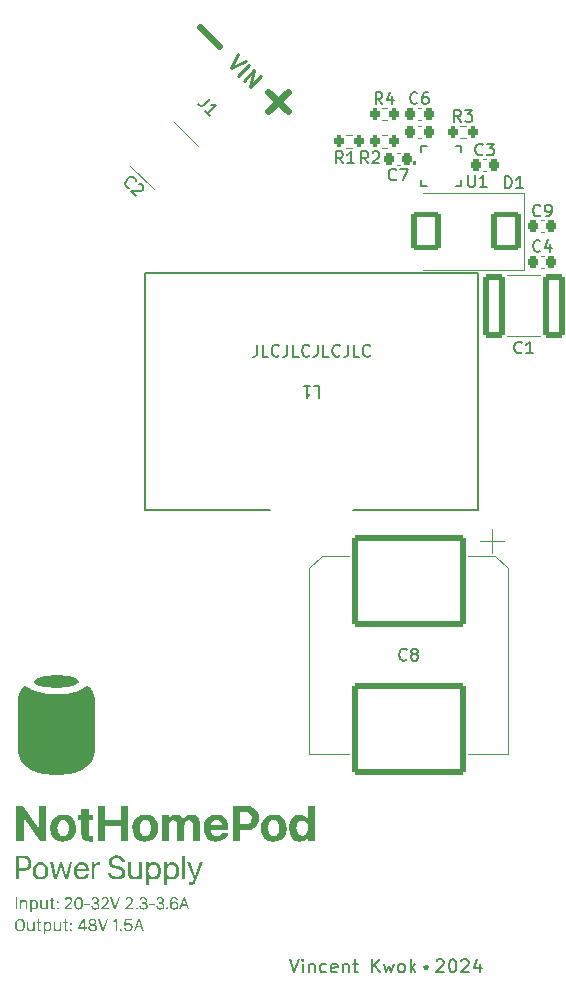
<source format=gto>
G04 #@! TF.GenerationSoftware,KiCad,Pcbnew,8.0.1*
G04 #@! TF.CreationDate,2024-05-02T01:56:28+08:00*
G04 #@! TF.ProjectId,BatteryPod,42617474-6572-4795-906f-642e6b696361,rev?*
G04 #@! TF.SameCoordinates,Original*
G04 #@! TF.FileFunction,Legend,Top*
G04 #@! TF.FilePolarity,Positive*
%FSLAX46Y46*%
G04 Gerber Fmt 4.6, Leading zero omitted, Abs format (unit mm)*
G04 Created by KiCad (PCBNEW 8.0.1) date 2024-05-02 01:56:28*
%MOMM*%
%LPD*%
G01*
G04 APERTURE LIST*
G04 Aperture macros list*
%AMRoundRect*
0 Rectangle with rounded corners*
0 $1 Rounding radius*
0 $2 $3 $4 $5 $6 $7 $8 $9 X,Y pos of 4 corners*
0 Add a 4 corners polygon primitive as box body*
4,1,4,$2,$3,$4,$5,$6,$7,$8,$9,$2,$3,0*
0 Add four circle primitives for the rounded corners*
1,1,$1+$1,$2,$3*
1,1,$1+$1,$4,$5*
1,1,$1+$1,$6,$7*
1,1,$1+$1,$8,$9*
0 Add four rect primitives between the rounded corners*
20,1,$1+$1,$2,$3,$4,$5,0*
20,1,$1+$1,$4,$5,$6,$7,0*
20,1,$1+$1,$6,$7,$8,$9,0*
20,1,$1+$1,$8,$9,$2,$3,0*%
G04 Aperture macros list end*
%ADD10C,0.600000*%
%ADD11C,0.150000*%
%ADD12C,0.625000*%
%ADD13C,0.187500*%
%ADD14C,0.375000*%
%ADD15C,0.400000*%
%ADD16C,0.260000*%
%ADD17C,0.152400*%
%ADD18C,0.120000*%
%ADD19C,0.000000*%
%ADD20R,5.334000X5.588000*%
%ADD21R,6.350000X5.283200*%
%ADD22C,2.000000*%
%ADD23RoundRect,0.250002X2.404160X0.000000X0.000000X2.404160X-2.404160X0.000000X0.000000X-2.404160X0*%
%ADD24C,3.900000*%
%ADD25RoundRect,0.225000X-0.225000X-0.250000X0.225000X-0.250000X0.225000X0.250000X-0.225000X0.250000X0*%
%ADD26C,2.500000*%
%ADD27RoundRect,0.249998X-4.550002X3.650002X-4.550002X-3.650002X4.550002X-3.650002X4.550002X3.650002X0*%
%ADD28R,0.812800X0.254000*%
%ADD29R,0.254000X0.812800*%
%ADD30R,1.752600X1.752600*%
%ADD31RoundRect,0.250000X2.192031X1.272792X1.272792X2.192031X-2.192031X-1.272792X-1.272792X-2.192031X0*%
%ADD32RoundRect,0.250000X-0.650000X-2.450000X0.650000X-2.450000X0.650000X2.450000X-0.650000X2.450000X0*%
%ADD33RoundRect,0.200000X-0.200000X-0.275000X0.200000X-0.275000X0.200000X0.275000X-0.200000X0.275000X0*%
%ADD34RoundRect,0.200000X0.200000X0.275000X-0.200000X0.275000X-0.200000X-0.275000X0.200000X-0.275000X0*%
%ADD35RoundRect,0.225000X0.225000X0.250000X-0.225000X0.250000X-0.225000X-0.250000X0.225000X-0.250000X0*%
%ADD36RoundRect,0.250000X-1.000000X1.400000X-1.000000X-1.400000X1.000000X-1.400000X1.000000X1.400000X0*%
G04 APERTURE END LIST*
D10*
X94540698Y-72543057D02*
X96156942Y-74159301D01*
X101959301Y-79656942D02*
X100343057Y-78040698D01*
X101959301Y-78040698D02*
X100343057Y-79656942D01*
D11*
X102154762Y-151457580D02*
X102521429Y-152557580D01*
X102521429Y-152557580D02*
X102888096Y-151457580D01*
X103254762Y-152557580D02*
X103254762Y-151824247D01*
X103254762Y-151457580D02*
X103202381Y-151509961D01*
X103202381Y-151509961D02*
X103254762Y-151562342D01*
X103254762Y-151562342D02*
X103307143Y-151509961D01*
X103307143Y-151509961D02*
X103254762Y-151457580D01*
X103254762Y-151457580D02*
X103254762Y-151562342D01*
X103778572Y-151824247D02*
X103778572Y-152557580D01*
X103778572Y-151929009D02*
X103830953Y-151876628D01*
X103830953Y-151876628D02*
X103935715Y-151824247D01*
X103935715Y-151824247D02*
X104092858Y-151824247D01*
X104092858Y-151824247D02*
X104197620Y-151876628D01*
X104197620Y-151876628D02*
X104250001Y-151981390D01*
X104250001Y-151981390D02*
X104250001Y-152557580D01*
X105245239Y-152505200D02*
X105140477Y-152557580D01*
X105140477Y-152557580D02*
X104930953Y-152557580D01*
X104930953Y-152557580D02*
X104826191Y-152505200D01*
X104826191Y-152505200D02*
X104773810Y-152452819D01*
X104773810Y-152452819D02*
X104721429Y-152348057D01*
X104721429Y-152348057D02*
X104721429Y-152033771D01*
X104721429Y-152033771D02*
X104773810Y-151929009D01*
X104773810Y-151929009D02*
X104826191Y-151876628D01*
X104826191Y-151876628D02*
X104930953Y-151824247D01*
X104930953Y-151824247D02*
X105140477Y-151824247D01*
X105140477Y-151824247D02*
X105245239Y-151876628D01*
X106135715Y-152505200D02*
X106030953Y-152557580D01*
X106030953Y-152557580D02*
X105821429Y-152557580D01*
X105821429Y-152557580D02*
X105716667Y-152505200D01*
X105716667Y-152505200D02*
X105664286Y-152400438D01*
X105664286Y-152400438D02*
X105664286Y-151981390D01*
X105664286Y-151981390D02*
X105716667Y-151876628D01*
X105716667Y-151876628D02*
X105821429Y-151824247D01*
X105821429Y-151824247D02*
X106030953Y-151824247D01*
X106030953Y-151824247D02*
X106135715Y-151876628D01*
X106135715Y-151876628D02*
X106188096Y-151981390D01*
X106188096Y-151981390D02*
X106188096Y-152086152D01*
X106188096Y-152086152D02*
X105664286Y-152190914D01*
X106659524Y-151824247D02*
X106659524Y-152557580D01*
X106659524Y-151929009D02*
X106711905Y-151876628D01*
X106711905Y-151876628D02*
X106816667Y-151824247D01*
X106816667Y-151824247D02*
X106973810Y-151824247D01*
X106973810Y-151824247D02*
X107078572Y-151876628D01*
X107078572Y-151876628D02*
X107130953Y-151981390D01*
X107130953Y-151981390D02*
X107130953Y-152557580D01*
X107497619Y-151824247D02*
X107916667Y-151824247D01*
X107654762Y-151457580D02*
X107654762Y-152400438D01*
X107654762Y-152400438D02*
X107707143Y-152505200D01*
X107707143Y-152505200D02*
X107811905Y-152557580D01*
X107811905Y-152557580D02*
X107916667Y-152557580D01*
X109121428Y-152557580D02*
X109121428Y-151457580D01*
X109750000Y-152557580D02*
X109278571Y-151929009D01*
X109750000Y-151457580D02*
X109121428Y-152086152D01*
X110116666Y-151824247D02*
X110326190Y-152557580D01*
X110326190Y-152557580D02*
X110535714Y-152033771D01*
X110535714Y-152033771D02*
X110745238Y-152557580D01*
X110745238Y-152557580D02*
X110954762Y-151824247D01*
X111530952Y-152557580D02*
X111426190Y-152505200D01*
X111426190Y-152505200D02*
X111373809Y-152452819D01*
X111373809Y-152452819D02*
X111321428Y-152348057D01*
X111321428Y-152348057D02*
X111321428Y-152033771D01*
X111321428Y-152033771D02*
X111373809Y-151929009D01*
X111373809Y-151929009D02*
X111426190Y-151876628D01*
X111426190Y-151876628D02*
X111530952Y-151824247D01*
X111530952Y-151824247D02*
X111688095Y-151824247D01*
X111688095Y-151824247D02*
X111792857Y-151876628D01*
X111792857Y-151876628D02*
X111845238Y-151929009D01*
X111845238Y-151929009D02*
X111897619Y-152033771D01*
X111897619Y-152033771D02*
X111897619Y-152348057D01*
X111897619Y-152348057D02*
X111845238Y-152452819D01*
X111845238Y-152452819D02*
X111792857Y-152505200D01*
X111792857Y-152505200D02*
X111688095Y-152557580D01*
X111688095Y-152557580D02*
X111530952Y-152557580D01*
X112369047Y-152557580D02*
X112369047Y-151457580D01*
X112473809Y-152138533D02*
X112788095Y-152557580D01*
X112788095Y-151824247D02*
X112369047Y-152243295D01*
X113573809Y-152033771D02*
X113573809Y-152243295D01*
X113626190Y-152243295D02*
X113626190Y-152033771D01*
X113678571Y-151981390D02*
X113678571Y-152295676D01*
X113730952Y-152243295D02*
X113730952Y-152033771D01*
X113783333Y-152033771D02*
X113783333Y-152243295D01*
X113573809Y-152190914D02*
X113678571Y-152295676D01*
X113678571Y-152295676D02*
X113783333Y-152190914D01*
X113573809Y-152086152D02*
X113678571Y-151981390D01*
X113678571Y-151981390D02*
X113783333Y-152086152D01*
X113573809Y-152033771D02*
X113678571Y-151981390D01*
X113678571Y-151981390D02*
X113783333Y-152033771D01*
X113783333Y-152033771D02*
X113835714Y-152138533D01*
X113835714Y-152138533D02*
X113783333Y-152243295D01*
X113783333Y-152243295D02*
X113678571Y-152295676D01*
X113678571Y-152295676D02*
X113573809Y-152243295D01*
X113573809Y-152243295D02*
X113521428Y-152138533D01*
X113521428Y-152138533D02*
X113573809Y-152033771D01*
X114569047Y-151562342D02*
X114621428Y-151509961D01*
X114621428Y-151509961D02*
X114726190Y-151457580D01*
X114726190Y-151457580D02*
X114988095Y-151457580D01*
X114988095Y-151457580D02*
X115092857Y-151509961D01*
X115092857Y-151509961D02*
X115145238Y-151562342D01*
X115145238Y-151562342D02*
X115197619Y-151667104D01*
X115197619Y-151667104D02*
X115197619Y-151771866D01*
X115197619Y-151771866D02*
X115145238Y-151929009D01*
X115145238Y-151929009D02*
X114516666Y-152557580D01*
X114516666Y-152557580D02*
X115197619Y-152557580D01*
X115878571Y-151457580D02*
X115983333Y-151457580D01*
X115983333Y-151457580D02*
X116088095Y-151509961D01*
X116088095Y-151509961D02*
X116140476Y-151562342D01*
X116140476Y-151562342D02*
X116192857Y-151667104D01*
X116192857Y-151667104D02*
X116245238Y-151876628D01*
X116245238Y-151876628D02*
X116245238Y-152138533D01*
X116245238Y-152138533D02*
X116192857Y-152348057D01*
X116192857Y-152348057D02*
X116140476Y-152452819D01*
X116140476Y-152452819D02*
X116088095Y-152505200D01*
X116088095Y-152505200D02*
X115983333Y-152557580D01*
X115983333Y-152557580D02*
X115878571Y-152557580D01*
X115878571Y-152557580D02*
X115773809Y-152505200D01*
X115773809Y-152505200D02*
X115721428Y-152452819D01*
X115721428Y-152452819D02*
X115669047Y-152348057D01*
X115669047Y-152348057D02*
X115616666Y-152138533D01*
X115616666Y-152138533D02*
X115616666Y-151876628D01*
X115616666Y-151876628D02*
X115669047Y-151667104D01*
X115669047Y-151667104D02*
X115721428Y-151562342D01*
X115721428Y-151562342D02*
X115773809Y-151509961D01*
X115773809Y-151509961D02*
X115878571Y-151457580D01*
X116664285Y-151562342D02*
X116716666Y-151509961D01*
X116716666Y-151509961D02*
X116821428Y-151457580D01*
X116821428Y-151457580D02*
X117083333Y-151457580D01*
X117083333Y-151457580D02*
X117188095Y-151509961D01*
X117188095Y-151509961D02*
X117240476Y-151562342D01*
X117240476Y-151562342D02*
X117292857Y-151667104D01*
X117292857Y-151667104D02*
X117292857Y-151771866D01*
X117292857Y-151771866D02*
X117240476Y-151929009D01*
X117240476Y-151929009D02*
X116611904Y-152557580D01*
X116611904Y-152557580D02*
X117292857Y-152557580D01*
X118235714Y-151824247D02*
X118235714Y-152557580D01*
X117973809Y-151405200D02*
X117711904Y-152190914D01*
X117711904Y-152190914D02*
X118392857Y-152190914D01*
D12*
G36*
X82392149Y-128464647D02*
G01*
X82690265Y-128458752D01*
X83060570Y-128433516D01*
X83394047Y-128390154D01*
X83684411Y-128330554D01*
X83977161Y-128236099D01*
X84233965Y-128073222D01*
X84291381Y-127940013D01*
X84110655Y-127705786D01*
X83811461Y-127579871D01*
X83470926Y-127498387D01*
X83147638Y-127450986D01*
X82785950Y-127421273D01*
X82392149Y-127410983D01*
X82094480Y-127416812D01*
X81724853Y-127441832D01*
X81392103Y-127484973D01*
X81102461Y-127544503D01*
X80810529Y-127639317D01*
X80554532Y-127804072D01*
X80497313Y-127940013D01*
X80718071Y-128192866D01*
X81037517Y-128313339D01*
X81392103Y-128390154D01*
X81724853Y-128433516D01*
X82094480Y-128458752D01*
X82392149Y-128464647D01*
G37*
G36*
X82392149Y-135835896D02*
G01*
X82801879Y-135826414D01*
X83183292Y-135797754D01*
X83536649Y-135749594D01*
X83862208Y-135681611D01*
X84160230Y-135593484D01*
X84556199Y-135422818D01*
X84891669Y-135205017D01*
X85167518Y-134938993D01*
X85384622Y-134623659D01*
X85543858Y-134257929D01*
X85646102Y-133840716D01*
X85683036Y-133533436D01*
X85695289Y-133202470D01*
X85695289Y-130081046D01*
X85682061Y-129737693D01*
X85643563Y-129428768D01*
X85566512Y-129100289D01*
X85458703Y-128814160D01*
X85298151Y-128528610D01*
X85219016Y-128420683D01*
X84936892Y-128333512D01*
X84840928Y-128386978D01*
X84557007Y-128573960D01*
X84236004Y-128714919D01*
X83934534Y-128813879D01*
X83601508Y-128897422D01*
X83244448Y-128962645D01*
X82870875Y-129006646D01*
X82488313Y-129026523D01*
X82392149Y-129027383D01*
X82009003Y-129013990D01*
X81632882Y-128975748D01*
X81271358Y-128915559D01*
X80932004Y-128836324D01*
X80622395Y-128740946D01*
X80350103Y-128632327D01*
X80073754Y-128482356D01*
X79947766Y-128386978D01*
X79654103Y-128349677D01*
X79571144Y-128420683D01*
X79395935Y-128685745D01*
X79256318Y-129000402D01*
X79168673Y-129314326D01*
X79120564Y-129610120D01*
X79097015Y-129939428D01*
X79094870Y-130081046D01*
X79094870Y-133202470D01*
X79107074Y-133533436D01*
X79143866Y-133840716D01*
X79245747Y-134257929D01*
X79404473Y-134623659D01*
X79620956Y-134938993D01*
X79896109Y-135205017D01*
X80230845Y-135422818D01*
X80626076Y-135593484D01*
X80923623Y-135681611D01*
X81248734Y-135749594D01*
X81601678Y-135797754D01*
X81982726Y-135826414D01*
X82392149Y-135835896D01*
G37*
D13*
G36*
X79054696Y-147215000D02*
G01*
X79054696Y-146188691D01*
X78923318Y-146188691D01*
X78923318Y-147215000D01*
X79054696Y-147215000D01*
G37*
G36*
X79292198Y-147215000D02*
G01*
X79421427Y-147215000D01*
X79421427Y-146733817D01*
X79427730Y-146674743D01*
X79447141Y-146621545D01*
X79480417Y-146577549D01*
X79528310Y-146546081D01*
X79591575Y-146530468D01*
X79616210Y-146529361D01*
X79676737Y-146536486D01*
X79727863Y-146557796D01*
X79773447Y-146600460D01*
X79798592Y-146652178D01*
X79808476Y-146705885D01*
X79809382Y-146730055D01*
X79809382Y-147215000D01*
X79938879Y-147215000D01*
X79938879Y-146708293D01*
X79933356Y-146640330D01*
X79917411Y-146580836D01*
X79891983Y-146529994D01*
X79858011Y-146487986D01*
X79804958Y-146448179D01*
X79755190Y-146426716D01*
X79699926Y-146414682D01*
X79655436Y-146411953D01*
X79599140Y-146416535D01*
X79541957Y-146432285D01*
X79488955Y-146460631D01*
X79445551Y-146499770D01*
X79424382Y-146529361D01*
X79420621Y-146529361D01*
X79420621Y-146424849D01*
X79292198Y-146424849D01*
X79292198Y-147215000D01*
G37*
G36*
X80568271Y-146416339D02*
G01*
X80628801Y-146432007D01*
X80683226Y-146459695D01*
X80730549Y-146498930D01*
X80769772Y-146549239D01*
X80799897Y-146610150D01*
X80815919Y-146662508D01*
X80825841Y-146720364D01*
X80829242Y-146783520D01*
X80829242Y-146856329D01*
X80827743Y-146898578D01*
X80820037Y-146957813D01*
X80806108Y-147011862D01*
X80778478Y-147075432D01*
X80741287Y-147128757D01*
X80695394Y-147171252D01*
X80641658Y-147202330D01*
X80580939Y-147221407D01*
X80514096Y-147227896D01*
X80477429Y-147225693D01*
X80418876Y-147211917D01*
X80367988Y-147186932D01*
X80325374Y-147152392D01*
X80291639Y-147109951D01*
X80287878Y-147109951D01*
X80287878Y-147477487D01*
X80158381Y-147477487D01*
X80158381Y-146846657D01*
X80285460Y-146846657D01*
X80287577Y-146890651D01*
X80296818Y-146944351D01*
X80318231Y-147002656D01*
X80350008Y-147050060D01*
X80391518Y-147085381D01*
X80442126Y-147107440D01*
X80501200Y-147115055D01*
X80522901Y-147113951D01*
X80581968Y-147097563D01*
X80630720Y-147062033D01*
X80662302Y-147018241D01*
X80684666Y-146961928D01*
X80695291Y-146908097D01*
X80698939Y-146846657D01*
X80698939Y-146788087D01*
X80698724Y-146772698D01*
X80693621Y-146715262D01*
X80677962Y-146653142D01*
X80652406Y-146602398D01*
X80609296Y-146557466D01*
X80553336Y-146531039D01*
X80497438Y-146523988D01*
X80473407Y-146525218D01*
X80418823Y-146538646D01*
X80364462Y-146572838D01*
X80329245Y-146614920D01*
X80303923Y-146668008D01*
X80289180Y-146730843D01*
X80285460Y-146787281D01*
X80285460Y-146846657D01*
X80158381Y-146846657D01*
X80158381Y-146424849D01*
X80282505Y-146424849D01*
X80282505Y-146538496D01*
X80286266Y-146538496D01*
X80310340Y-146505321D01*
X80352261Y-146465889D01*
X80403187Y-146436196D01*
X80462477Y-146417963D01*
X80519469Y-146412759D01*
X80568271Y-146416339D01*
G37*
G36*
X81657812Y-146424849D02*
G01*
X81527777Y-146424849D01*
X81527777Y-146914361D01*
X81522109Y-146969152D01*
X81501368Y-147023897D01*
X81467145Y-147065984D01*
X81421270Y-147094723D01*
X81365569Y-147109424D01*
X81334605Y-147111294D01*
X81278565Y-147105958D01*
X81221745Y-147084334D01*
X81178078Y-147042960D01*
X81154253Y-146989258D01*
X81145979Y-146930046D01*
X81145732Y-146916510D01*
X81145732Y-146424849D01*
X81015697Y-146424849D01*
X81015697Y-146953586D01*
X81021026Y-147017363D01*
X81036464Y-147072841D01*
X81068727Y-147130421D01*
X81113897Y-147174813D01*
X81170370Y-147205892D01*
X81222607Y-147221088D01*
X81280229Y-147227623D01*
X81295380Y-147227896D01*
X81350793Y-147224113D01*
X81407436Y-147210596D01*
X81460203Y-147184717D01*
X81503361Y-147145300D01*
X81524016Y-147111294D01*
X81529389Y-147111294D01*
X81529389Y-147215000D01*
X81657812Y-147215000D01*
X81657812Y-146424849D01*
G37*
G36*
X81936957Y-146424849D02*
G01*
X81830296Y-146424849D01*
X81830296Y-146533122D01*
X81936420Y-146533122D01*
X81936420Y-146994155D01*
X81938425Y-147048607D01*
X81947941Y-147105888D01*
X81972996Y-147159143D01*
X82017070Y-147195918D01*
X82071492Y-147214290D01*
X82128440Y-147221135D01*
X82161831Y-147221985D01*
X82216199Y-147218358D01*
X82227386Y-147216612D01*
X82227386Y-147112906D01*
X82194340Y-147114249D01*
X82139712Y-147110325D01*
X82090005Y-147086955D01*
X82068099Y-147034939D01*
X82065648Y-146995498D01*
X82065648Y-146533122D01*
X82222013Y-146533122D01*
X82222013Y-146424849D01*
X82065648Y-146424849D01*
X82065648Y-146227916D01*
X81936957Y-146227916D01*
X81936957Y-146424849D01*
G37*
G36*
X82398796Y-146607543D02*
G01*
X82416084Y-146659729D01*
X82459952Y-146690923D01*
X82485844Y-146694860D01*
X82537508Y-146677474D01*
X82568446Y-146633459D01*
X82572355Y-146607543D01*
X82555102Y-146555994D01*
X82507389Y-146523786D01*
X82485844Y-146521032D01*
X82433755Y-146538364D01*
X82401535Y-146586087D01*
X82398796Y-146607543D01*
G37*
G36*
X82398796Y-147142997D02*
G01*
X82416084Y-147194546D01*
X82459952Y-147225576D01*
X82485844Y-147229508D01*
X82537508Y-147212176D01*
X82569617Y-147164453D01*
X82572355Y-147142997D01*
X82555102Y-147090811D01*
X82507389Y-147058437D01*
X82485844Y-147055680D01*
X82433755Y-147073066D01*
X82402708Y-147117080D01*
X82398796Y-147142997D01*
G37*
G36*
X83209364Y-146472135D02*
G01*
X83209364Y-146467568D01*
X83216757Y-146413198D01*
X83243271Y-146357117D01*
X83287734Y-146313388D01*
X83339083Y-146289267D01*
X83401730Y-146280575D01*
X83459092Y-146287518D01*
X83515916Y-146312234D01*
X83558698Y-146353304D01*
X83584115Y-146409107D01*
X83589797Y-146457090D01*
X83581813Y-146515320D01*
X83560482Y-146568349D01*
X83529735Y-146617223D01*
X83493505Y-146662986D01*
X83471852Y-146688143D01*
X83088196Y-147132519D01*
X83088196Y-147215000D01*
X83742400Y-147215000D01*
X83742400Y-147100010D01*
X83271695Y-147100010D01*
X83271695Y-147097861D01*
X83548422Y-146773042D01*
X83584621Y-146730699D01*
X83625657Y-146680760D01*
X83660958Y-146632595D01*
X83689390Y-146584543D01*
X83712851Y-146524693D01*
X83722193Y-146471045D01*
X83723056Y-146448224D01*
X83717279Y-146389700D01*
X83700412Y-146336038D01*
X83673156Y-146288144D01*
X83636209Y-146246925D01*
X83590270Y-146213287D01*
X83536039Y-146188137D01*
X83474213Y-146172382D01*
X83405491Y-146166929D01*
X83349387Y-146170592D01*
X83282361Y-146186106D01*
X83224480Y-146212391D01*
X83176016Y-146247947D01*
X83137244Y-146291270D01*
X83108438Y-146340859D01*
X83089871Y-146395213D01*
X83081817Y-146452830D01*
X83081479Y-146467568D01*
X83081479Y-146472135D01*
X83209364Y-146472135D01*
G37*
G36*
X84324362Y-146171954D02*
G01*
X84381510Y-146186754D01*
X84432814Y-146210917D01*
X84478179Y-146244031D01*
X84517507Y-146285686D01*
X84550705Y-146335468D01*
X84577675Y-146392967D01*
X84598323Y-146457770D01*
X84612553Y-146529465D01*
X84620269Y-146607642D01*
X84621748Y-146663157D01*
X84621748Y-146742951D01*
X84620278Y-146797955D01*
X84612600Y-146875516D01*
X84598424Y-146946756D01*
X84577830Y-147011242D01*
X84550897Y-147068539D01*
X84517706Y-147118213D01*
X84478336Y-147159829D01*
X84432866Y-147192953D01*
X84381377Y-147217151D01*
X84323948Y-147231988D01*
X84260659Y-147237030D01*
X84197729Y-147232020D01*
X84140490Y-147217266D01*
X84089050Y-147193182D01*
X84043520Y-147160183D01*
X84004008Y-147118683D01*
X83970622Y-147069097D01*
X83943473Y-147011839D01*
X83922667Y-146947323D01*
X83908316Y-146875964D01*
X83900526Y-146798177D01*
X83899033Y-146742951D01*
X83899033Y-146741339D01*
X84029068Y-146741339D01*
X84031364Y-146806844D01*
X84038146Y-146866636D01*
X84049251Y-146920556D01*
X84070501Y-146983037D01*
X84098765Y-147034417D01*
X84143372Y-147082456D01*
X84197587Y-147111820D01*
X84260659Y-147121772D01*
X84323499Y-147111820D01*
X84377521Y-147082456D01*
X84421974Y-147034417D01*
X84450144Y-146983037D01*
X84471325Y-146920556D01*
X84482394Y-146866636D01*
X84489155Y-146806844D01*
X84491444Y-146741339D01*
X84491444Y-146663963D01*
X84489155Y-146598418D01*
X84482394Y-146538517D01*
X84471325Y-146484436D01*
X84450144Y-146421683D01*
X84421974Y-146370004D01*
X84377521Y-146321609D01*
X84323499Y-146291976D01*
X84260659Y-146281919D01*
X84197587Y-146291976D01*
X84143372Y-146321609D01*
X84098765Y-146370004D01*
X84070501Y-146421683D01*
X84049251Y-146484436D01*
X84038146Y-146538517D01*
X84031364Y-146598418D01*
X84029068Y-146663963D01*
X84029068Y-146741339D01*
X83899033Y-146741339D01*
X83899033Y-146663157D01*
X83900535Y-146607775D01*
X83908368Y-146529734D01*
X83922793Y-146458110D01*
X83943693Y-146393324D01*
X83970950Y-146335803D01*
X84004449Y-146285968D01*
X84044071Y-146244244D01*
X84089701Y-146211054D01*
X84141221Y-146186823D01*
X84198515Y-146171973D01*
X84261465Y-146166929D01*
X84324362Y-146171954D01*
G37*
G36*
X85226786Y-146852030D02*
G01*
X85226786Y-146736235D01*
X84753126Y-146736235D01*
X84753126Y-146852030D01*
X85226786Y-146852030D01*
G37*
G36*
X85570143Y-146742951D02*
G01*
X85674654Y-146742951D01*
X85737164Y-146748262D01*
X85790574Y-146763631D01*
X85841866Y-146794166D01*
X85878282Y-146836517D01*
X85898854Y-146889229D01*
X85903290Y-146929406D01*
X85895309Y-146989284D01*
X85870387Y-147040625D01*
X85829320Y-147081411D01*
X85772906Y-147109623D01*
X85714746Y-147122071D01*
X85675191Y-147124190D01*
X85615926Y-147118693D01*
X85558115Y-147098920D01*
X85514048Y-147067018D01*
X85478917Y-147017647D01*
X85460082Y-146958788D01*
X85458646Y-146949825D01*
X85335327Y-146949825D01*
X85342484Y-147007237D01*
X85359386Y-147060978D01*
X85386129Y-147109819D01*
X85422812Y-147152534D01*
X85469532Y-147187895D01*
X85526388Y-147214672D01*
X85593475Y-147231639D01*
X85650565Y-147237187D01*
X85670893Y-147237568D01*
X85729351Y-147234175D01*
X85784249Y-147224283D01*
X85851041Y-147201726D01*
X85909425Y-147169395D01*
X85958214Y-147128306D01*
X85996222Y-147079476D01*
X86022260Y-147023924D01*
X86035143Y-146962664D01*
X86036280Y-146930212D01*
X86029154Y-146871840D01*
X86006331Y-146810634D01*
X85971784Y-146761944D01*
X85929516Y-146725178D01*
X85874239Y-146695968D01*
X85820526Y-146682060D01*
X85812212Y-146681158D01*
X85812212Y-146679009D01*
X85867458Y-146659501D01*
X85914916Y-146625955D01*
X85956426Y-146577900D01*
X85982341Y-146527468D01*
X85996833Y-146468190D01*
X85998667Y-146428611D01*
X85991357Y-146375019D01*
X85967163Y-146313864D01*
X85927421Y-146260921D01*
X85885284Y-146225723D01*
X85834655Y-146197913D01*
X85776184Y-146178439D01*
X85710519Y-146168247D01*
X85675191Y-146166929D01*
X85619589Y-146170593D01*
X85553934Y-146185960D01*
X85497942Y-146211662D01*
X85451576Y-146245905D01*
X85414803Y-146286892D01*
X85382273Y-146344879D01*
X85364610Y-146407096D01*
X85361120Y-146445000D01*
X85486587Y-146445000D01*
X85500717Y-146386879D01*
X85529471Y-146339730D01*
X85575537Y-146302669D01*
X85630260Y-146283728D01*
X85675191Y-146279769D01*
X85735701Y-146286880D01*
X85786136Y-146307184D01*
X85830602Y-146345493D01*
X85857721Y-146397216D01*
X85865676Y-146450373D01*
X85857669Y-146505620D01*
X85828991Y-146559585D01*
X85782253Y-146599696D01*
X85730018Y-146621017D01*
X85668475Y-146628499D01*
X85570143Y-146628499D01*
X85570143Y-146742951D01*
G37*
G36*
X86305484Y-146472135D02*
G01*
X86305484Y-146467568D01*
X86312877Y-146413198D01*
X86339391Y-146357117D01*
X86383854Y-146313388D01*
X86435203Y-146289267D01*
X86497850Y-146280575D01*
X86555212Y-146287518D01*
X86612036Y-146312234D01*
X86654818Y-146353304D01*
X86680235Y-146409107D01*
X86685917Y-146457090D01*
X86677933Y-146515320D01*
X86656602Y-146568349D01*
X86625855Y-146617223D01*
X86589625Y-146662986D01*
X86567972Y-146688143D01*
X86184316Y-147132519D01*
X86184316Y-147215000D01*
X86838520Y-147215000D01*
X86838520Y-147100010D01*
X86367815Y-147100010D01*
X86367815Y-147097861D01*
X86644542Y-146773042D01*
X86680741Y-146730699D01*
X86721777Y-146680760D01*
X86757078Y-146632595D01*
X86785510Y-146584543D01*
X86808971Y-146524693D01*
X86818313Y-146471045D01*
X86819176Y-146448224D01*
X86813399Y-146389700D01*
X86796532Y-146336038D01*
X86769276Y-146288144D01*
X86732329Y-146246925D01*
X86686390Y-146213287D01*
X86632159Y-146188137D01*
X86570333Y-146172382D01*
X86501612Y-146166929D01*
X86445507Y-146170592D01*
X86378481Y-146186106D01*
X86320600Y-146212391D01*
X86272136Y-146247947D01*
X86233364Y-146291270D01*
X86204558Y-146340859D01*
X86185991Y-146395213D01*
X86177937Y-146452830D01*
X86177599Y-146467568D01*
X86177599Y-146472135D01*
X86305484Y-146472135D01*
G37*
G36*
X87303046Y-147215000D02*
G01*
X87438454Y-147215000D01*
X87808408Y-146188691D01*
X87659567Y-146188691D01*
X87374511Y-147046008D01*
X87369944Y-147046008D01*
X87083545Y-146188691D01*
X86933897Y-146188691D01*
X87303046Y-147215000D01*
G37*
G36*
X88344131Y-146472135D02*
G01*
X88344131Y-146467568D01*
X88351523Y-146413198D01*
X88378037Y-146357117D01*
X88422501Y-146313388D01*
X88473849Y-146289267D01*
X88536496Y-146280575D01*
X88593858Y-146287518D01*
X88650682Y-146312234D01*
X88693465Y-146353304D01*
X88718882Y-146409107D01*
X88724563Y-146457090D01*
X88716579Y-146515320D01*
X88695248Y-146568349D01*
X88664501Y-146617223D01*
X88628271Y-146662986D01*
X88606618Y-146688143D01*
X88222962Y-147132519D01*
X88222962Y-147215000D01*
X88877166Y-147215000D01*
X88877166Y-147100010D01*
X88406461Y-147100010D01*
X88406461Y-147097861D01*
X88683189Y-146773042D01*
X88719387Y-146730699D01*
X88760424Y-146680760D01*
X88795724Y-146632595D01*
X88824157Y-146584543D01*
X88847618Y-146524693D01*
X88856959Y-146471045D01*
X88857822Y-146448224D01*
X88852045Y-146389700D01*
X88835179Y-146336038D01*
X88807923Y-146288144D01*
X88770976Y-146246925D01*
X88725037Y-146213287D01*
X88670805Y-146188137D01*
X88608979Y-146172382D01*
X88540258Y-146166929D01*
X88484153Y-146170592D01*
X88417127Y-146186106D01*
X88359246Y-146212391D01*
X88310782Y-146247947D01*
X88272010Y-146291270D01*
X88243204Y-146340859D01*
X88224637Y-146395213D01*
X88216584Y-146452830D01*
X88216245Y-146467568D01*
X88216245Y-146472135D01*
X88344131Y-146472135D01*
G37*
G36*
X89083234Y-147142997D02*
G01*
X89100487Y-147194546D01*
X89148199Y-147226753D01*
X89169745Y-147229508D01*
X89221834Y-147212176D01*
X89254053Y-147164453D01*
X89256793Y-147142997D01*
X89239504Y-147090811D01*
X89195636Y-147059617D01*
X89169745Y-147055680D01*
X89118080Y-147073066D01*
X89087143Y-147117080D01*
X89083234Y-147142997D01*
G37*
G36*
X89656032Y-146742951D02*
G01*
X89760544Y-146742951D01*
X89823053Y-146748262D01*
X89876463Y-146763631D01*
X89927756Y-146794166D01*
X89964171Y-146836517D01*
X89984744Y-146889229D01*
X89989180Y-146929406D01*
X89981199Y-146989284D01*
X89956277Y-147040625D01*
X89915210Y-147081411D01*
X89858796Y-147109623D01*
X89800636Y-147122071D01*
X89761081Y-147124190D01*
X89701815Y-147118693D01*
X89644004Y-147098920D01*
X89599938Y-147067018D01*
X89564807Y-147017647D01*
X89545972Y-146958788D01*
X89544535Y-146949825D01*
X89421217Y-146949825D01*
X89428374Y-147007237D01*
X89445276Y-147060978D01*
X89472019Y-147109819D01*
X89508702Y-147152534D01*
X89555422Y-147187895D01*
X89612277Y-147214672D01*
X89679365Y-147231639D01*
X89736454Y-147237187D01*
X89756782Y-147237568D01*
X89815241Y-147234175D01*
X89870139Y-147224283D01*
X89936931Y-147201726D01*
X89995315Y-147169395D01*
X90044104Y-147128306D01*
X90082111Y-147079476D01*
X90108150Y-147023924D01*
X90121033Y-146962664D01*
X90122170Y-146930212D01*
X90115043Y-146871840D01*
X90092221Y-146810634D01*
X90057674Y-146761944D01*
X90015406Y-146725178D01*
X89960129Y-146695968D01*
X89906416Y-146682060D01*
X89898101Y-146681158D01*
X89898101Y-146679009D01*
X89953347Y-146659501D01*
X90000806Y-146625955D01*
X90042315Y-146577900D01*
X90068231Y-146527468D01*
X90082723Y-146468190D01*
X90084556Y-146428611D01*
X90077247Y-146375019D01*
X90053053Y-146313864D01*
X90013310Y-146260921D01*
X89971173Y-146225723D01*
X89920545Y-146197913D01*
X89862074Y-146178439D01*
X89796409Y-146168247D01*
X89761081Y-146166929D01*
X89705479Y-146170593D01*
X89639824Y-146185960D01*
X89583831Y-146211662D01*
X89537466Y-146245905D01*
X89500692Y-146286892D01*
X89468163Y-146344879D01*
X89450499Y-146407096D01*
X89447009Y-146445000D01*
X89572477Y-146445000D01*
X89586607Y-146386879D01*
X89615361Y-146339730D01*
X89661427Y-146302669D01*
X89716150Y-146283728D01*
X89761081Y-146279769D01*
X89821590Y-146286880D01*
X89872026Y-146307184D01*
X89916491Y-146345493D01*
X89943611Y-146397216D01*
X89951566Y-146450373D01*
X89943559Y-146505620D01*
X89914881Y-146559585D01*
X89868143Y-146599696D01*
X89815908Y-146621017D01*
X89754364Y-146628499D01*
X89656032Y-146628499D01*
X89656032Y-146742951D01*
G37*
G36*
X90730163Y-146852030D02*
G01*
X90730163Y-146736235D01*
X90256503Y-146736235D01*
X90256503Y-146852030D01*
X90730163Y-146852030D01*
G37*
G36*
X91073520Y-146742951D02*
G01*
X91178032Y-146742951D01*
X91240541Y-146748262D01*
X91293951Y-146763631D01*
X91345243Y-146794166D01*
X91381659Y-146836517D01*
X91402232Y-146889229D01*
X91406667Y-146929406D01*
X91398687Y-146989284D01*
X91373765Y-147040625D01*
X91332698Y-147081411D01*
X91276284Y-147109623D01*
X91218124Y-147122071D01*
X91178569Y-147124190D01*
X91119303Y-147118693D01*
X91061492Y-147098920D01*
X91017426Y-147067018D01*
X90982295Y-147017647D01*
X90963460Y-146958788D01*
X90962023Y-146949825D01*
X90838705Y-146949825D01*
X90845862Y-147007237D01*
X90862763Y-147060978D01*
X90889507Y-147109819D01*
X90926190Y-147152534D01*
X90972910Y-147187895D01*
X91029765Y-147214672D01*
X91096853Y-147231639D01*
X91153942Y-147237187D01*
X91174270Y-147237568D01*
X91232729Y-147234175D01*
X91287627Y-147224283D01*
X91354419Y-147201726D01*
X91412803Y-147169395D01*
X91461592Y-147128306D01*
X91499599Y-147079476D01*
X91525638Y-147023924D01*
X91538521Y-146962664D01*
X91539658Y-146930212D01*
X91532531Y-146871840D01*
X91509708Y-146810634D01*
X91475162Y-146761944D01*
X91432894Y-146725178D01*
X91377617Y-146695968D01*
X91323904Y-146682060D01*
X91315589Y-146681158D01*
X91315589Y-146679009D01*
X91370835Y-146659501D01*
X91418294Y-146625955D01*
X91459803Y-146577900D01*
X91485718Y-146527468D01*
X91500211Y-146468190D01*
X91502044Y-146428611D01*
X91494735Y-146375019D01*
X91470540Y-146313864D01*
X91430798Y-146260921D01*
X91388661Y-146225723D01*
X91338033Y-146197913D01*
X91279562Y-146178439D01*
X91213897Y-146168247D01*
X91178569Y-146166929D01*
X91122967Y-146170593D01*
X91057312Y-146185960D01*
X91001319Y-146211662D01*
X90954953Y-146245905D01*
X90918180Y-146286892D01*
X90885650Y-146344879D01*
X90867987Y-146407096D01*
X90864497Y-146445000D01*
X90989965Y-146445000D01*
X91004095Y-146386879D01*
X91032849Y-146339730D01*
X91078915Y-146302669D01*
X91133638Y-146283728D01*
X91178569Y-146279769D01*
X91239078Y-146286880D01*
X91289514Y-146307184D01*
X91333979Y-146345493D01*
X91361099Y-146397216D01*
X91369054Y-146450373D01*
X91361047Y-146505620D01*
X91332369Y-146559585D01*
X91285631Y-146599696D01*
X91233396Y-146621017D01*
X91171852Y-146628499D01*
X91073520Y-146628499D01*
X91073520Y-146742951D01*
G37*
G36*
X91686081Y-147142997D02*
G01*
X91703334Y-147194546D01*
X91751046Y-147226753D01*
X91772592Y-147229508D01*
X91824681Y-147212176D01*
X91856901Y-147164453D01*
X91859640Y-147142997D01*
X91842351Y-147090811D01*
X91798483Y-147059617D01*
X91772592Y-147055680D01*
X91720928Y-147073066D01*
X91689990Y-147117080D01*
X91686081Y-147142997D01*
G37*
G36*
X92389246Y-146169467D02*
G01*
X92454658Y-146178347D01*
X92512376Y-146197683D01*
X92562147Y-146225783D01*
X92603720Y-146260957D01*
X92643772Y-146312296D01*
X92670129Y-146368744D01*
X92682299Y-146426999D01*
X92550652Y-146426999D01*
X92546182Y-146403949D01*
X92521702Y-146355356D01*
X92482924Y-146317078D01*
X92427557Y-146290288D01*
X92366615Y-146281919D01*
X92342182Y-146283366D01*
X92283917Y-146300029D01*
X92231221Y-146336239D01*
X92194366Y-146380049D01*
X92163291Y-146437688D01*
X92144372Y-146490344D01*
X92129673Y-146551354D01*
X92119613Y-146620966D01*
X92114605Y-146699427D01*
X92116755Y-146699427D01*
X92126922Y-146678106D01*
X92163268Y-146630467D01*
X92207363Y-146594882D01*
X92262168Y-146567317D01*
X92315178Y-146552640D01*
X92374138Y-146547362D01*
X92405540Y-146548757D01*
X92467409Y-146559828D01*
X92526379Y-146581724D01*
X92580465Y-146614191D01*
X92627685Y-146656974D01*
X92666054Y-146709818D01*
X92693589Y-146772468D01*
X92705938Y-146825737D01*
X92710240Y-146884270D01*
X92708427Y-146924794D01*
X92699179Y-146981419D01*
X92675567Y-147048861D01*
X92640330Y-147106683D01*
X92594851Y-147154437D01*
X92540511Y-147191677D01*
X92478693Y-147217956D01*
X92410779Y-147232827D01*
X92356674Y-147236224D01*
X92336322Y-147235758D01*
X92277800Y-147228739D01*
X92223400Y-147213234D01*
X92173537Y-147189168D01*
X92128626Y-147156467D01*
X92089082Y-147115055D01*
X92071595Y-147091101D01*
X92041123Y-147036365D01*
X92020558Y-146983766D01*
X92004640Y-146924784D01*
X91999210Y-146892599D01*
X92133412Y-146892599D01*
X92140964Y-146958345D01*
X92162107Y-147013202D01*
X92194572Y-147057068D01*
X92245281Y-147095049D01*
X92305105Y-147116869D01*
X92359092Y-147122578D01*
X92421349Y-147114887D01*
X92478694Y-147091423D01*
X92526949Y-147051602D01*
X92557207Y-147005501D01*
X92575836Y-146947297D01*
X92580743Y-146891793D01*
X92575711Y-146836717D01*
X92556667Y-146778632D01*
X92525860Y-146732326D01*
X92477002Y-146692037D01*
X92419387Y-146668106D01*
X92357480Y-146660202D01*
X92303150Y-146666103D01*
X92243513Y-146688517D01*
X92193371Y-146727248D01*
X92161463Y-146771673D01*
X92140775Y-146826874D01*
X92133412Y-146892599D01*
X91999210Y-146892599D01*
X91993608Y-146859389D01*
X91988462Y-146802434D01*
X91986720Y-146741339D01*
X91988599Y-146671245D01*
X91994138Y-146605827D01*
X92003186Y-146545064D01*
X92015593Y-146488935D01*
X92040171Y-146413383D01*
X92071461Y-146348137D01*
X92108954Y-146293126D01*
X92152144Y-146248277D01*
X92200523Y-146213520D01*
X92253583Y-146188782D01*
X92310818Y-146173992D01*
X92371720Y-146169078D01*
X92389246Y-146169467D01*
G37*
G36*
X93654068Y-147215000D02*
G01*
X93515704Y-147215000D01*
X93411999Y-146906838D01*
X93029954Y-146906838D01*
X92926249Y-147215000D01*
X92789228Y-147215000D01*
X92936831Y-146800715D01*
X93065418Y-146800715D01*
X93376535Y-146800715D01*
X93223126Y-146343712D01*
X93219364Y-146343712D01*
X93065418Y-146800715D01*
X92936831Y-146800715D01*
X93154884Y-146188691D01*
X93288681Y-146188691D01*
X93654068Y-147215000D01*
G37*
G36*
X79341022Y-148016943D02*
G01*
X79405327Y-148027394D01*
X79464397Y-148046523D01*
X79517870Y-148074059D01*
X79565386Y-148109737D01*
X79606583Y-148153286D01*
X79641100Y-148204439D01*
X79668575Y-148262928D01*
X79688648Y-148328483D01*
X79700956Y-148400838D01*
X79705139Y-148479723D01*
X79705139Y-148630714D01*
X79703247Y-148683678D01*
X79693487Y-148757442D01*
X79675758Y-148824226D01*
X79650438Y-148883844D01*
X79617907Y-148936112D01*
X79578542Y-148980846D01*
X79532722Y-149017860D01*
X79480827Y-149046970D01*
X79423233Y-149067991D01*
X79360320Y-149080740D01*
X79292466Y-149085030D01*
X79246819Y-149083119D01*
X79182454Y-149073169D01*
X79123336Y-149054885D01*
X79069825Y-149028450D01*
X79022281Y-148994051D01*
X78981064Y-148951870D01*
X78946534Y-148902093D01*
X78919050Y-148844904D01*
X78898974Y-148780488D01*
X78886664Y-148709030D01*
X78882480Y-148630714D01*
X79014127Y-148630714D01*
X79014482Y-148651936D01*
X79019676Y-148711262D01*
X79035650Y-148780366D01*
X79061037Y-148838242D01*
X79094828Y-148885108D01*
X79136011Y-148921182D01*
X79183576Y-148946679D01*
X79236513Y-148961819D01*
X79293810Y-148966817D01*
X79323117Y-148965572D01*
X79378582Y-148955530D01*
X79429036Y-148935239D01*
X79473507Y-148904480D01*
X79511021Y-148863038D01*
X79540606Y-148810694D01*
X79561288Y-148747231D01*
X79570373Y-148692207D01*
X79573492Y-148630714D01*
X79573492Y-148478917D01*
X79573141Y-148457738D01*
X79567987Y-148398173D01*
X79552121Y-148328052D01*
X79526865Y-148268598D01*
X79493194Y-148219855D01*
X79452080Y-148181867D01*
X79404496Y-148154678D01*
X79351415Y-148138332D01*
X79293810Y-148132874D01*
X79264679Y-148134239D01*
X79209436Y-148145147D01*
X79159059Y-148166920D01*
X79114559Y-148199514D01*
X79076946Y-148242885D01*
X79047230Y-148296989D01*
X79026423Y-148361782D01*
X79017272Y-148417365D01*
X79014127Y-148478917D01*
X79014127Y-148630714D01*
X78882480Y-148630714D01*
X78882480Y-148479723D01*
X78884385Y-148426421D01*
X78894200Y-148351859D01*
X78912017Y-148284008D01*
X78937442Y-148223133D01*
X78970082Y-148169505D01*
X79009544Y-148123392D01*
X79055435Y-148085061D01*
X79107361Y-148054780D01*
X79164930Y-148032820D01*
X79227748Y-148019446D01*
X79295422Y-148014929D01*
X79341022Y-148016943D01*
G37*
G36*
X80532634Y-148272849D02*
G01*
X80402599Y-148272849D01*
X80402599Y-148762361D01*
X80396931Y-148817152D01*
X80376190Y-148871897D01*
X80341967Y-148913984D01*
X80296092Y-148942723D01*
X80240391Y-148957424D01*
X80209427Y-148959294D01*
X80153388Y-148953958D01*
X80096567Y-148932334D01*
X80052900Y-148890960D01*
X80029075Y-148837258D01*
X80020801Y-148778046D01*
X80020554Y-148764510D01*
X80020554Y-148272849D01*
X79890519Y-148272849D01*
X79890519Y-148801586D01*
X79895848Y-148865363D01*
X79911287Y-148920841D01*
X79943549Y-148978421D01*
X79988720Y-149022813D01*
X80045192Y-149053892D01*
X80097429Y-149069088D01*
X80155051Y-149075623D01*
X80170202Y-149075896D01*
X80225615Y-149072113D01*
X80282258Y-149058596D01*
X80335025Y-149032717D01*
X80378183Y-148993300D01*
X80398838Y-148959294D01*
X80404211Y-148959294D01*
X80404211Y-149063000D01*
X80532634Y-149063000D01*
X80532634Y-148272849D01*
G37*
G36*
X80811779Y-148272849D02*
G01*
X80705118Y-148272849D01*
X80705118Y-148381122D01*
X80811242Y-148381122D01*
X80811242Y-148842155D01*
X80813247Y-148896607D01*
X80822764Y-148953888D01*
X80847818Y-149007143D01*
X80891892Y-149043918D01*
X80946314Y-149062290D01*
X81003262Y-149069135D01*
X81036653Y-149069985D01*
X81091021Y-149066358D01*
X81102208Y-149064612D01*
X81102208Y-148960906D01*
X81069162Y-148962249D01*
X81014534Y-148958325D01*
X80964827Y-148934955D01*
X80942921Y-148882939D01*
X80940471Y-148843498D01*
X80940471Y-148381122D01*
X81096835Y-148381122D01*
X81096835Y-148272849D01*
X80940471Y-148272849D01*
X80940471Y-148075916D01*
X80811779Y-148075916D01*
X80811779Y-148272849D01*
G37*
G36*
X81707420Y-148264339D02*
G01*
X81767949Y-148280007D01*
X81822375Y-148307695D01*
X81869698Y-148346930D01*
X81908921Y-148397239D01*
X81939045Y-148458150D01*
X81955068Y-148510508D01*
X81964990Y-148568364D01*
X81968391Y-148631520D01*
X81968391Y-148704329D01*
X81966891Y-148746578D01*
X81959186Y-148805813D01*
X81945256Y-148859862D01*
X81917627Y-148923432D01*
X81880436Y-148976757D01*
X81834543Y-149019252D01*
X81780807Y-149050330D01*
X81720087Y-149069407D01*
X81653244Y-149075896D01*
X81616578Y-149073693D01*
X81558025Y-149059917D01*
X81507137Y-149034932D01*
X81464522Y-149000392D01*
X81430788Y-148957951D01*
X81427027Y-148957951D01*
X81427027Y-149325487D01*
X81297529Y-149325487D01*
X81297529Y-148694657D01*
X81424609Y-148694657D01*
X81426725Y-148738651D01*
X81435967Y-148792351D01*
X81457379Y-148850656D01*
X81489157Y-148898060D01*
X81530667Y-148933381D01*
X81581275Y-148955440D01*
X81640348Y-148963055D01*
X81662050Y-148961951D01*
X81721116Y-148945563D01*
X81769869Y-148910033D01*
X81801451Y-148866241D01*
X81823814Y-148809928D01*
X81834439Y-148756097D01*
X81838087Y-148694657D01*
X81838087Y-148636087D01*
X81837872Y-148620698D01*
X81832770Y-148563262D01*
X81817111Y-148501142D01*
X81791554Y-148450398D01*
X81748445Y-148405466D01*
X81692485Y-148379039D01*
X81636587Y-148371988D01*
X81612556Y-148373218D01*
X81557972Y-148386646D01*
X81503610Y-148420838D01*
X81468394Y-148462920D01*
X81443072Y-148516008D01*
X81428329Y-148578843D01*
X81424609Y-148635281D01*
X81424609Y-148694657D01*
X81297529Y-148694657D01*
X81297529Y-148272849D01*
X81421653Y-148272849D01*
X81421653Y-148386496D01*
X81425415Y-148386496D01*
X81449489Y-148353321D01*
X81491409Y-148313889D01*
X81542335Y-148284196D01*
X81601626Y-148265963D01*
X81658618Y-148260759D01*
X81707420Y-148264339D01*
G37*
G36*
X82796960Y-148272849D02*
G01*
X82666926Y-148272849D01*
X82666926Y-148762361D01*
X82661258Y-148817152D01*
X82640516Y-148871897D01*
X82606294Y-148913984D01*
X82560419Y-148942723D01*
X82504718Y-148957424D01*
X82473754Y-148959294D01*
X82417714Y-148953958D01*
X82360893Y-148932334D01*
X82317226Y-148890960D01*
X82293401Y-148837258D01*
X82285128Y-148778046D01*
X82284881Y-148764510D01*
X82284881Y-148272849D01*
X82154846Y-148272849D01*
X82154846Y-148801586D01*
X82160175Y-148865363D01*
X82175613Y-148920841D01*
X82207876Y-148978421D01*
X82253046Y-149022813D01*
X82309519Y-149053892D01*
X82361756Y-149069088D01*
X82419378Y-149075623D01*
X82434528Y-149075896D01*
X82489942Y-149072113D01*
X82546585Y-149058596D01*
X82599352Y-149032717D01*
X82642510Y-148993300D01*
X82663164Y-148959294D01*
X82668538Y-148959294D01*
X82668538Y-149063000D01*
X82796960Y-149063000D01*
X82796960Y-148272849D01*
G37*
G36*
X83076106Y-148272849D02*
G01*
X82969445Y-148272849D01*
X82969445Y-148381122D01*
X83075568Y-148381122D01*
X83075568Y-148842155D01*
X83077573Y-148896607D01*
X83087090Y-148953888D01*
X83112145Y-149007143D01*
X83156218Y-149043918D01*
X83210641Y-149062290D01*
X83267589Y-149069135D01*
X83300980Y-149069985D01*
X83355347Y-149066358D01*
X83366535Y-149064612D01*
X83366535Y-148960906D01*
X83333489Y-148962249D01*
X83278860Y-148958325D01*
X83229154Y-148934955D01*
X83207247Y-148882939D01*
X83204797Y-148843498D01*
X83204797Y-148381122D01*
X83361161Y-148381122D01*
X83361161Y-148272849D01*
X83204797Y-148272849D01*
X83204797Y-148075916D01*
X83076106Y-148075916D01*
X83076106Y-148272849D01*
G37*
G36*
X83537944Y-148455543D02*
G01*
X83555233Y-148507729D01*
X83599101Y-148538923D01*
X83624993Y-148542860D01*
X83676657Y-148525474D01*
X83707595Y-148481459D01*
X83711503Y-148455543D01*
X83694251Y-148403994D01*
X83646538Y-148371786D01*
X83624993Y-148369032D01*
X83572903Y-148386364D01*
X83540684Y-148434087D01*
X83537944Y-148455543D01*
G37*
G36*
X83537944Y-148990997D02*
G01*
X83555233Y-149042546D01*
X83599101Y-149073576D01*
X83624993Y-149077508D01*
X83676657Y-149060176D01*
X83708766Y-149012453D01*
X83711503Y-148990997D01*
X83694251Y-148938811D01*
X83646538Y-148906437D01*
X83624993Y-148903680D01*
X83572903Y-148921066D01*
X83541857Y-148965080D01*
X83537944Y-148990997D01*
G37*
G36*
X84826741Y-148734420D02*
G01*
X84960537Y-148734420D01*
X84960537Y-148850215D01*
X84826741Y-148850215D01*
X84826741Y-149063000D01*
X84701273Y-149063000D01*
X84701273Y-148850215D01*
X84202627Y-148850215D01*
X84202627Y-148737644D01*
X84204428Y-148734420D01*
X84334274Y-148734420D01*
X84701273Y-148734420D01*
X84701273Y-148151143D01*
X84698855Y-148151143D01*
X84675495Y-148185439D01*
X84640203Y-148238049D01*
X84604750Y-148291828D01*
X84569293Y-148346518D01*
X84533991Y-148401859D01*
X84499001Y-148457592D01*
X84464482Y-148513458D01*
X84430592Y-148569199D01*
X84397488Y-148624555D01*
X84365330Y-148679267D01*
X84334274Y-148733076D01*
X84334274Y-148734420D01*
X84204428Y-148734420D01*
X84227031Y-148693968D01*
X84264614Y-148628129D01*
X84303268Y-148562002D01*
X84342878Y-148495706D01*
X84383330Y-148429357D01*
X84424510Y-148363071D01*
X84466304Y-148296967D01*
X84508597Y-148231159D01*
X84551275Y-148165766D01*
X84594224Y-148100905D01*
X84637330Y-148036691D01*
X84826741Y-148036691D01*
X84826741Y-148734420D01*
G37*
G36*
X85517715Y-148020182D02*
G01*
X85579395Y-148035390D01*
X85634350Y-148059728D01*
X85681572Y-148092372D01*
X85720055Y-148132497D01*
X85748789Y-148179278D01*
X85766769Y-148231889D01*
X85772986Y-148289507D01*
X85766121Y-148349245D01*
X85742738Y-148408757D01*
X85707864Y-148455572D01*
X85659756Y-148494962D01*
X85605338Y-148521098D01*
X85605338Y-148522441D01*
X85613542Y-148524603D01*
X85665323Y-148544967D01*
X85717097Y-148578634D01*
X85755852Y-148617471D01*
X85786863Y-148666642D01*
X85806614Y-148726645D01*
X85811943Y-148782780D01*
X85810163Y-148815528D01*
X85796348Y-148876818D01*
X85769810Y-148931812D01*
X85731689Y-148979689D01*
X85683124Y-149019628D01*
X85625256Y-149050806D01*
X85559224Y-149072401D01*
X85505028Y-149081815D01*
X85447362Y-149085030D01*
X85427798Y-149084673D01*
X85371440Y-149079405D01*
X85302332Y-149063050D01*
X85241057Y-149036746D01*
X85188635Y-149001273D01*
X85146087Y-148957413D01*
X85114433Y-148905947D01*
X85094692Y-148847654D01*
X85087885Y-148783317D01*
X85087987Y-148779018D01*
X85216577Y-148779018D01*
X85221165Y-148820692D01*
X85244003Y-148875818D01*
X85283575Y-148920505D01*
X85337175Y-148952980D01*
X85390601Y-148969433D01*
X85450317Y-148975145D01*
X85487007Y-148973064D01*
X85543326Y-148960784D01*
X85601061Y-148932775D01*
X85645562Y-148891961D01*
X85674196Y-148840117D01*
X85684326Y-148779018D01*
X85679759Y-148736801D01*
X85657000Y-148681069D01*
X85617495Y-148635987D01*
X85563879Y-148603288D01*
X85510320Y-148586747D01*
X85450317Y-148581011D01*
X85413820Y-148583100D01*
X85357690Y-148595439D01*
X85300017Y-148623626D01*
X85255468Y-148664772D01*
X85226751Y-148717147D01*
X85216577Y-148779018D01*
X85087987Y-148779018D01*
X85088238Y-148768423D01*
X85096215Y-148713628D01*
X85118791Y-148655537D01*
X85151990Y-148608440D01*
X85192190Y-148571736D01*
X85244574Y-148540561D01*
X85295565Y-148522441D01*
X85295565Y-148521098D01*
X85281911Y-148516121D01*
X85232194Y-148489169D01*
X85191469Y-148453910D01*
X85157492Y-148407013D01*
X85135002Y-148348086D01*
X85129445Y-148298373D01*
X85255533Y-148298373D01*
X85263908Y-148352849D01*
X85292919Y-148405941D01*
X85339452Y-148445321D01*
X85390739Y-148466219D01*
X85450317Y-148473544D01*
X85510494Y-148466219D01*
X85561890Y-148445321D01*
X85608189Y-148405941D01*
X85636864Y-148352849D01*
X85645101Y-148298373D01*
X85636864Y-148244269D01*
X85608189Y-148191988D01*
X85561890Y-148153516D01*
X85510494Y-148133232D01*
X85450317Y-148126157D01*
X85390739Y-148133232D01*
X85339452Y-148153516D01*
X85292919Y-148191988D01*
X85263908Y-148244269D01*
X85255533Y-148298373D01*
X85129445Y-148298373D01*
X85128454Y-148289507D01*
X85134669Y-148231889D01*
X85152638Y-148179278D01*
X85181343Y-148132497D01*
X85219767Y-148092372D01*
X85266893Y-148059728D01*
X85321705Y-148035390D01*
X85383185Y-148020182D01*
X85450317Y-148014929D01*
X85517715Y-148020182D01*
G37*
G36*
X86272438Y-149063000D02*
G01*
X86407847Y-149063000D01*
X86777801Y-148036691D01*
X86628960Y-148036691D01*
X86343904Y-148894008D01*
X86339337Y-148894008D01*
X86052937Y-148036691D01*
X85903290Y-148036691D01*
X86272438Y-149063000D01*
G37*
G36*
X87556399Y-149063000D02*
G01*
X87556399Y-148036691D01*
X87434692Y-148036691D01*
X87380409Y-148066680D01*
X87331883Y-148094778D01*
X87282937Y-148124488D01*
X87234920Y-148155249D01*
X87189183Y-148186496D01*
X87181877Y-148191712D01*
X87181877Y-148325508D01*
X87234270Y-148290625D01*
X87283972Y-148258973D01*
X87333904Y-148228204D01*
X87380093Y-148200689D01*
X87423946Y-148175861D01*
X87426364Y-148175861D01*
X87426364Y-149063000D01*
X87556399Y-149063000D01*
G37*
G36*
X87766765Y-148990997D02*
G01*
X87784018Y-149042546D01*
X87831730Y-149074753D01*
X87853276Y-149077508D01*
X87905365Y-149060176D01*
X87937584Y-149012453D01*
X87940324Y-148990997D01*
X87923035Y-148938811D01*
X87879167Y-148907617D01*
X87853276Y-148903680D01*
X87801612Y-148921066D01*
X87770674Y-148965080D01*
X87766765Y-148990997D01*
G37*
G36*
X88136451Y-148805348D02*
G01*
X88145299Y-148860099D01*
X88163914Y-148911841D01*
X88192188Y-148959250D01*
X88230014Y-149001005D01*
X88277286Y-149035782D01*
X88333896Y-149062261D01*
X88399737Y-149079117D01*
X88455112Y-149084650D01*
X88474703Y-149085030D01*
X88532116Y-149081263D01*
X88586413Y-149070225D01*
X88653004Y-149044874D01*
X88711763Y-149008228D01*
X88761378Y-148961216D01*
X88800541Y-148904772D01*
X88827940Y-148839827D01*
X88839983Y-148786100D01*
X88844120Y-148728509D01*
X88840136Y-148672396D01*
X88823182Y-148603736D01*
X88794274Y-148542872D01*
X88754884Y-148490633D01*
X88706487Y-148447846D01*
X88650555Y-148415340D01*
X88588562Y-148393942D01*
X88521983Y-148384481D01*
X88504794Y-148384078D01*
X88445896Y-148389171D01*
X88393476Y-148402609D01*
X88342421Y-148425149D01*
X88296271Y-148458232D01*
X88283949Y-148472200D01*
X88281531Y-148472200D01*
X88315383Y-148150337D01*
X88767281Y-148150337D01*
X88767281Y-148035348D01*
X88204961Y-148035348D01*
X88148541Y-148632326D01*
X88259769Y-148632326D01*
X88289856Y-148582694D01*
X88329485Y-148543680D01*
X88382857Y-148513611D01*
X88440501Y-148498450D01*
X88485450Y-148495306D01*
X88541624Y-148501788D01*
X88592799Y-148520720D01*
X88637124Y-148551325D01*
X88672748Y-148592829D01*
X88697819Y-148644457D01*
X88710488Y-148705435D01*
X88711667Y-148732270D01*
X88706163Y-148787438D01*
X88685547Y-148846530D01*
X88652690Y-148894462D01*
X88610825Y-148931026D01*
X88563187Y-148956011D01*
X88502955Y-148970417D01*
X88483032Y-148971384D01*
X88420331Y-148965340D01*
X88365886Y-148947398D01*
X88314744Y-148911811D01*
X88279134Y-148860876D01*
X88262725Y-148805348D01*
X88136451Y-148805348D01*
G37*
G36*
X89808904Y-149063000D02*
G01*
X89670540Y-149063000D01*
X89566835Y-148754838D01*
X89184790Y-148754838D01*
X89081085Y-149063000D01*
X88944064Y-149063000D01*
X89091667Y-148648715D01*
X89220254Y-148648715D01*
X89531371Y-148648715D01*
X89377962Y-148191712D01*
X89374200Y-148191712D01*
X89220254Y-148648715D01*
X89091667Y-148648715D01*
X89309720Y-148036691D01*
X89443517Y-148036691D01*
X89808904Y-149063000D01*
G37*
D14*
G36*
X79712057Y-142690455D02*
G01*
X79809030Y-142705686D01*
X79927387Y-142745088D01*
X80031574Y-142804848D01*
X80119769Y-142883368D01*
X80190153Y-142979052D01*
X80240905Y-143090302D01*
X80270204Y-143215520D01*
X80277006Y-143317641D01*
X80277006Y-143320572D01*
X80273964Y-143389452D01*
X80258350Y-143487300D01*
X80218097Y-143606418D01*
X80157301Y-143710988D01*
X80077784Y-143799288D01*
X79981366Y-143869594D01*
X79869866Y-143920184D01*
X79745106Y-143949335D01*
X79643928Y-143956092D01*
X79187194Y-143956092D01*
X79187194Y-144660000D01*
X78940997Y-144660000D01*
X78940997Y-142906336D01*
X79187194Y-142906336D01*
X79187194Y-143737250D01*
X79580914Y-143737250D01*
X79606987Y-143736799D01*
X79726600Y-143721292D01*
X79827560Y-143684514D01*
X79908871Y-143627585D01*
X79979106Y-143534244D01*
X80013687Y-143436916D01*
X80025436Y-143323014D01*
X80025436Y-143320572D01*
X80023540Y-143273094D01*
X80002539Y-143165687D01*
X79959104Y-143075302D01*
X79878768Y-142990883D01*
X79789478Y-142941880D01*
X79680938Y-142913476D01*
X79580914Y-142906336D01*
X79187194Y-142906336D01*
X78940997Y-142906336D01*
X78940997Y-142687494D01*
X79643928Y-142687494D01*
X79712057Y-142690455D01*
G37*
G36*
X81146540Y-143218480D02*
G01*
X81246185Y-143240112D01*
X81337777Y-143275508D01*
X81446179Y-143343190D01*
X81537399Y-143433120D01*
X81593553Y-143514403D01*
X81638431Y-143606950D01*
X81671342Y-143710224D01*
X81691595Y-143823690D01*
X81698499Y-143946810D01*
X81698499Y-143949253D01*
X81691619Y-144072321D01*
X81671435Y-144185883D01*
X81638630Y-144289371D01*
X81593888Y-144382218D01*
X81537892Y-144463856D01*
X81446905Y-144554290D01*
X81338747Y-144622443D01*
X81247334Y-144658127D01*
X81147856Y-144679953D01*
X81040997Y-144687355D01*
X80933425Y-144679930D01*
X80833437Y-144658043D01*
X80741688Y-144622277D01*
X80633301Y-144554003D01*
X80542275Y-144463468D01*
X80486332Y-144381789D01*
X80441682Y-144288945D01*
X80408978Y-144185520D01*
X80388876Y-144072095D01*
X80382030Y-143949253D01*
X80625296Y-143949253D01*
X80629597Y-144039698D01*
X80648235Y-144148165D01*
X80690958Y-144263439D01*
X80753565Y-144355081D01*
X80834233Y-144421952D01*
X80931140Y-144462911D01*
X81042463Y-144476817D01*
X81132006Y-144467833D01*
X81231065Y-144432003D01*
X81314217Y-144370000D01*
X81379738Y-144283065D01*
X81425909Y-144172437D01*
X81447755Y-144067712D01*
X81455233Y-143949253D01*
X81455233Y-143946810D01*
X81450969Y-143856764D01*
X81432474Y-143748785D01*
X81390035Y-143634041D01*
X81327765Y-143542831D01*
X81247422Y-143476282D01*
X81150759Y-143435525D01*
X81039532Y-143421688D01*
X80950767Y-143430608D01*
X80851924Y-143466198D01*
X80768399Y-143527827D01*
X80702182Y-143614300D01*
X80655262Y-143724420D01*
X80632957Y-143828737D01*
X80625296Y-143946810D01*
X80625296Y-143949253D01*
X80382030Y-143949253D01*
X80382030Y-143946810D01*
X80388910Y-143824028D01*
X80409094Y-143710768D01*
X80441899Y-143607589D01*
X80486642Y-143515047D01*
X80542638Y-143433702D01*
X80633624Y-143343621D01*
X80741782Y-143275758D01*
X80833196Y-143240237D01*
X80932673Y-143218515D01*
X81039532Y-143211151D01*
X81146540Y-143218480D01*
G37*
G36*
X82218248Y-144660000D02*
G01*
X82460537Y-144660000D01*
X82780495Y-143559441D01*
X82785868Y-143559441D01*
X83107292Y-144660000D01*
X83349092Y-144660000D01*
X83745743Y-143238506D01*
X83510293Y-143238506D01*
X83225994Y-144395240D01*
X83220621Y-144395240D01*
X82897732Y-143238506D01*
X82668143Y-143238506D01*
X82346720Y-144395240D01*
X82341346Y-144395240D01*
X82057048Y-143238506D01*
X81820621Y-143238506D01*
X82218248Y-144660000D01*
G37*
G36*
X84545694Y-143211991D02*
G01*
X84648078Y-143224369D01*
X84771189Y-143262854D01*
X84878076Y-143324856D01*
X84967751Y-143408621D01*
X85039221Y-143512400D01*
X85080282Y-143602313D01*
X85110129Y-143701759D01*
X85128343Y-143809999D01*
X85134508Y-143926294D01*
X85134508Y-144013733D01*
X84110642Y-144013733D01*
X84113459Y-144067153D01*
X84135868Y-144187716D01*
X84179051Y-144288841D01*
X84241546Y-144369420D01*
X84321888Y-144428347D01*
X84418611Y-144464515D01*
X84530251Y-144476817D01*
X84546994Y-144476556D01*
X84655021Y-144460873D01*
X84745481Y-144423557D01*
X84824640Y-144359103D01*
X84879030Y-144265303D01*
X84882937Y-144252602D01*
X85116922Y-144252602D01*
X85113991Y-144266280D01*
X85079021Y-144372480D01*
X85019270Y-144468273D01*
X84937220Y-144550551D01*
X84835354Y-144616206D01*
X84741261Y-144654672D01*
X84637345Y-144678919D01*
X84524877Y-144687355D01*
X84450142Y-144684042D01*
X84345456Y-144666930D01*
X84250035Y-144635789D01*
X84137937Y-144573496D01*
X84044024Y-144488785D01*
X83969277Y-144383101D01*
X83926383Y-144290941D01*
X83895234Y-144188402D01*
X83876241Y-144076095D01*
X83869818Y-143954626D01*
X83869818Y-143953649D01*
X83872738Y-143872700D01*
X83878655Y-143827620D01*
X84114549Y-143827620D01*
X84892707Y-143827620D01*
X84882761Y-143753834D01*
X84852010Y-143647758D01*
X84793818Y-143547896D01*
X84715173Y-143477356D01*
X84619011Y-143435499D01*
X84508269Y-143421688D01*
X84433088Y-143428251D01*
X84330606Y-143462412D01*
X84243632Y-143525186D01*
X84175720Y-143615935D01*
X84136253Y-143712470D01*
X84114549Y-143827620D01*
X83878655Y-143827620D01*
X83887806Y-143757895D01*
X83915194Y-143651750D01*
X83954335Y-143555072D01*
X84004661Y-143468667D01*
X84088182Y-143370836D01*
X84189234Y-143294614D01*
X84306472Y-143241915D01*
X84404213Y-143218976D01*
X84509734Y-143211151D01*
X84545694Y-143211991D01*
G37*
G36*
X85373866Y-144660000D02*
G01*
X85611758Y-144660000D01*
X85611758Y-143782679D01*
X85624065Y-143670496D01*
X85659517Y-143578463D01*
X85727193Y-143498698D01*
X85819877Y-143451091D01*
X85916573Y-143437808D01*
X86017192Y-143445283D01*
X86043579Y-143451486D01*
X86043579Y-143220432D01*
X85947836Y-143211151D01*
X85848674Y-143225567D01*
X85751334Y-143274987D01*
X85674516Y-143355686D01*
X85626979Y-143448787D01*
X85617131Y-143478841D01*
X85611758Y-143478841D01*
X85611758Y-143238506D01*
X85373866Y-143238506D01*
X85373866Y-144660000D01*
G37*
G36*
X87491939Y-144693217D02*
G01*
X87614214Y-144687446D01*
X87726806Y-144670445D01*
X87829204Y-144642675D01*
X87920895Y-144604602D01*
X88025610Y-144538611D01*
X88109168Y-144456225D01*
X88170355Y-144358543D01*
X88207956Y-144246664D01*
X88220760Y-144121688D01*
X88220760Y-144120223D01*
X88212687Y-144013674D01*
X88179080Y-143897421D01*
X88117946Y-143798667D01*
X88027788Y-143716005D01*
X87933757Y-143660514D01*
X87819424Y-143613699D01*
X87719889Y-143583846D01*
X87646789Y-143566280D01*
X87427948Y-143518408D01*
X87317524Y-143488920D01*
X87226854Y-143452430D01*
X87143527Y-143398913D01*
X87080511Y-143322303D01*
X87052164Y-143214897D01*
X87051814Y-143199916D01*
X87051814Y-143198939D01*
X87069466Y-143099200D01*
X87120284Y-143015356D01*
X87201061Y-142949801D01*
X87308589Y-142904931D01*
X87416318Y-142885070D01*
X87488032Y-142881423D01*
X87599045Y-142890009D01*
X87696763Y-142915194D01*
X87794678Y-142966114D01*
X87869410Y-143038209D01*
X87918756Y-143129991D01*
X87936461Y-143201381D01*
X87939392Y-143220432D01*
X88185101Y-143220432D01*
X88184124Y-143199916D01*
X88164004Y-143083927D01*
X88121353Y-142978723D01*
X88058003Y-142885747D01*
X87975785Y-142806441D01*
X87876530Y-142742247D01*
X87762072Y-142694608D01*
X87667353Y-142670611D01*
X87565884Y-142657346D01*
X87494870Y-142654766D01*
X87383970Y-142660636D01*
X87280154Y-142677821D01*
X87184251Y-142705684D01*
X87070114Y-142758341D01*
X86973468Y-142827337D01*
X86896270Y-142911158D01*
X86840480Y-143008295D01*
X86808053Y-143117235D01*
X86800244Y-143205778D01*
X86800244Y-143206755D01*
X86808763Y-143309664D01*
X86843667Y-143423582D01*
X86906032Y-143521719D01*
X86996407Y-143604691D01*
X87089243Y-143660564D01*
X87200635Y-143707438D01*
X87296526Y-143736879D01*
X87366399Y-143753859D01*
X87585240Y-143801730D01*
X87700741Y-143832763D01*
X87794207Y-143870128D01*
X87878698Y-143924584D01*
X87941319Y-144003332D01*
X87967851Y-144100804D01*
X87969190Y-144132435D01*
X87969190Y-144133900D01*
X87950813Y-144240196D01*
X87897603Y-144328517D01*
X87812437Y-144396759D01*
X87719132Y-144436768D01*
X87607301Y-144460153D01*
X87505617Y-144466071D01*
X87403029Y-144460457D01*
X87288492Y-144438206D01*
X87190613Y-144399990D01*
X87097321Y-144334504D01*
X87032906Y-144249286D01*
X87000034Y-144146113D01*
X86997103Y-144127062D01*
X86750907Y-144127062D01*
X86752372Y-144146113D01*
X86773812Y-144266533D01*
X86818470Y-144373999D01*
X86884882Y-144467554D01*
X86971580Y-144546243D01*
X87077101Y-144609110D01*
X87199978Y-144655199D01*
X87302644Y-144678179D01*
X87413631Y-144690781D01*
X87491939Y-144693217D01*
G37*
G36*
X88955931Y-144687355D02*
G01*
X89070108Y-144677553D01*
X89169293Y-144649745D01*
X89266265Y-144597741D01*
X89343288Y-144528293D01*
X89393614Y-144457766D01*
X89398988Y-144457766D01*
X89398988Y-144660000D01*
X89636880Y-144660000D01*
X89636880Y-143238506D01*
X89398988Y-143238506D01*
X89398988Y-144075282D01*
X89388549Y-144182319D01*
X89358270Y-144275557D01*
X89297932Y-144366725D01*
X89213947Y-144432390D01*
X89109000Y-144469481D01*
X89028715Y-144476817D01*
X88917293Y-144463574D01*
X88816707Y-144415474D01*
X88747617Y-144333587D01*
X88713324Y-144237600D01*
X88702235Y-144140113D01*
X88701919Y-144118757D01*
X88701919Y-143238506D01*
X88464026Y-143238506D01*
X88464026Y-144161256D01*
X88472380Y-144276846D01*
X88497060Y-144380090D01*
X88537494Y-144470041D01*
X88609317Y-144562348D01*
X88703743Y-144630566D01*
X88794807Y-144666557D01*
X88899048Y-144685004D01*
X88955931Y-144687355D01*
G37*
G36*
X90771028Y-143224474D02*
G01*
X90888457Y-143263419D01*
X90991621Y-143326453D01*
X91079134Y-143412041D01*
X91149612Y-143518649D01*
X91190456Y-143611477D01*
X91220355Y-143714618D01*
X91238723Y-143827426D01*
X91244975Y-143949253D01*
X91244975Y-143950718D01*
X91238656Y-144072509D01*
X91220130Y-144185218D01*
X91190044Y-144288212D01*
X91149045Y-144380859D01*
X91078524Y-144487198D01*
X90991287Y-144572517D01*
X90888869Y-144635316D01*
X90772804Y-144674095D01*
X90644626Y-144687355D01*
X90607405Y-144686179D01*
X90501294Y-144668998D01*
X90404791Y-144632523D01*
X90319540Y-144578280D01*
X90247181Y-144507796D01*
X90189357Y-144422595D01*
X90183984Y-144422595D01*
X90183984Y-145138715D01*
X89946092Y-145138715D01*
X89946092Y-143950718D01*
X90182519Y-143950718D01*
X90186978Y-144036952D01*
X90206163Y-144142211D01*
X90249675Y-144256498D01*
X90312623Y-144349416D01*
X90392581Y-144418652D01*
X90487124Y-144461890D01*
X90593824Y-144476817D01*
X90683557Y-144467495D01*
X90782029Y-144430620D01*
X90864000Y-144367441D01*
X90928097Y-144279803D01*
X90972942Y-144169552D01*
X90994034Y-144066309D01*
X91001221Y-143950718D01*
X91001221Y-143949253D01*
X90997162Y-143860726D01*
X90979480Y-143753667D01*
X90938650Y-143638716D01*
X90878294Y-143546332D01*
X90799787Y-143478226D01*
X90704506Y-143436108D01*
X90593824Y-143421688D01*
X90507148Y-143431294D01*
X90409762Y-143469085D01*
X90326723Y-143533396D01*
X90260357Y-143621947D01*
X90212988Y-143732457D01*
X90190334Y-143835142D01*
X90182519Y-143949253D01*
X90182519Y-143950718D01*
X89946092Y-143950718D01*
X89946092Y-143238506D01*
X90183984Y-143238506D01*
X90183984Y-143478841D01*
X90189357Y-143478841D01*
X90206840Y-143448626D01*
X90268744Y-143367359D01*
X90344069Y-143301395D01*
X90431831Y-143252315D01*
X90531042Y-143221706D01*
X90640718Y-143211151D01*
X90771028Y-143224474D01*
G37*
G36*
X92308781Y-143224474D02*
G01*
X92426210Y-143263419D01*
X92529374Y-143326453D01*
X92616887Y-143412041D01*
X92687365Y-143518649D01*
X92728209Y-143611477D01*
X92758108Y-143714618D01*
X92776476Y-143827426D01*
X92782728Y-143949253D01*
X92782728Y-143950718D01*
X92776409Y-144072509D01*
X92757883Y-144185218D01*
X92727796Y-144288212D01*
X92686798Y-144380859D01*
X92616277Y-144487198D01*
X92529040Y-144572517D01*
X92426622Y-144635316D01*
X92310557Y-144674095D01*
X92182379Y-144687355D01*
X92145157Y-144686179D01*
X92039047Y-144668998D01*
X91942544Y-144632523D01*
X91857293Y-144578280D01*
X91784934Y-144507796D01*
X91727110Y-144422595D01*
X91721737Y-144422595D01*
X91721737Y-145138715D01*
X91483845Y-145138715D01*
X91483845Y-143950718D01*
X91720272Y-143950718D01*
X91724731Y-144036952D01*
X91743916Y-144142211D01*
X91787428Y-144256498D01*
X91850376Y-144349416D01*
X91930334Y-144418652D01*
X92024877Y-144461890D01*
X92131577Y-144476817D01*
X92221310Y-144467495D01*
X92319782Y-144430620D01*
X92401753Y-144367441D01*
X92465850Y-144279803D01*
X92510695Y-144169552D01*
X92531787Y-144066309D01*
X92538974Y-143950718D01*
X92538974Y-143949253D01*
X92534914Y-143860726D01*
X92517233Y-143753667D01*
X92476403Y-143638716D01*
X92416047Y-143546332D01*
X92337540Y-143478226D01*
X92242258Y-143436108D01*
X92131577Y-143421688D01*
X92044901Y-143431294D01*
X91947515Y-143469085D01*
X91864476Y-143533396D01*
X91798110Y-143621947D01*
X91750741Y-143732457D01*
X91728087Y-143835142D01*
X91720272Y-143949253D01*
X91720272Y-143950718D01*
X91483845Y-143950718D01*
X91483845Y-143238506D01*
X91721737Y-143238506D01*
X91721737Y-143478841D01*
X91727110Y-143478841D01*
X91744593Y-143448626D01*
X91806497Y-143367359D01*
X91881822Y-143301395D01*
X91969583Y-143252315D01*
X92068795Y-143221706D01*
X92178471Y-143211151D01*
X92308781Y-143224474D01*
G37*
G36*
X93033810Y-144660000D02*
G01*
X93271702Y-144660000D01*
X93271702Y-142687494D01*
X93033810Y-142687494D01*
X93033810Y-144660000D01*
G37*
G36*
X93728925Y-145138715D02*
G01*
X93840087Y-145129953D01*
X93934351Y-145103108D01*
X94028672Y-145045842D01*
X94106558Y-144959880D01*
X94162017Y-144865278D01*
X94201997Y-144773961D01*
X94211549Y-144748904D01*
X94766468Y-143238506D01*
X94516364Y-143238506D01*
X94122644Y-144422595D01*
X94117271Y-144422595D01*
X93724528Y-143238506D01*
X93470516Y-143238506D01*
X93998080Y-144661465D01*
X93969260Y-144742065D01*
X93927542Y-144831327D01*
X93858679Y-144902594D01*
X93755961Y-144937274D01*
X93678122Y-144941856D01*
X93601430Y-144933551D01*
X93601430Y-145127969D01*
X93702341Y-145138184D01*
X93728925Y-145138715D01*
G37*
D15*
G36*
X78995464Y-141440000D02*
G01*
X79613154Y-141440000D01*
X79613154Y-139502665D01*
X79625610Y-139502665D01*
X80966503Y-141440000D01*
X81503593Y-141440000D01*
X81503593Y-138481242D01*
X80886636Y-138481242D01*
X80886636Y-140404654D01*
X80874180Y-140404654D01*
X79536950Y-138481242D01*
X78995464Y-138481242D01*
X78995464Y-141440000D01*
G37*
G36*
X83070686Y-139202105D02*
G01*
X83241163Y-139227956D01*
X83398063Y-139275210D01*
X83540357Y-139343146D01*
X83667017Y-139431044D01*
X83777013Y-139538181D01*
X83869316Y-139663838D01*
X83942899Y-139807294D01*
X83996732Y-139967827D01*
X84029786Y-140144717D01*
X84041032Y-140337243D01*
X84041032Y-140340907D01*
X84036097Y-140472095D01*
X84010613Y-140655630D01*
X83964245Y-140822676D01*
X83897909Y-140972565D01*
X83812523Y-141104632D01*
X83709003Y-141218209D01*
X83588265Y-141312631D01*
X83451225Y-141387230D01*
X83298801Y-141441340D01*
X83131909Y-141474296D01*
X82951465Y-141485429D01*
X82829113Y-141480440D01*
X82657022Y-141454573D01*
X82499417Y-141407267D01*
X82357152Y-141339221D01*
X82231082Y-141251134D01*
X82122062Y-141143706D01*
X82030946Y-141017634D01*
X81958590Y-140873620D01*
X81905849Y-140712361D01*
X81873578Y-140534557D01*
X81862630Y-140340907D01*
X82471528Y-140340907D01*
X82480133Y-140493603D01*
X82514123Y-140658821D01*
X82572253Y-140794314D01*
X82671347Y-140915827D01*
X82799517Y-140990392D01*
X82953663Y-141015750D01*
X83106043Y-140990204D01*
X83232979Y-140915247D01*
X83331282Y-140793401D01*
X83389030Y-140657863D01*
X83422836Y-140492972D01*
X83431402Y-140340907D01*
X83431402Y-140337243D01*
X83422648Y-140186418D01*
X83388198Y-140022732D01*
X83329555Y-139888059D01*
X83230152Y-139766874D01*
X83102445Y-139692251D01*
X82950000Y-139666796D01*
X82798368Y-139692251D01*
X82671418Y-139766874D01*
X82572656Y-139888059D01*
X82514416Y-140022732D01*
X82480216Y-140186418D01*
X82471528Y-140337243D01*
X82471528Y-140340907D01*
X81862630Y-140340907D01*
X81862630Y-140337243D01*
X81867629Y-140207794D01*
X81893404Y-140026231D01*
X81940208Y-139860489D01*
X82007028Y-139711342D01*
X82092849Y-139579566D01*
X82196657Y-139465937D01*
X82317437Y-139371229D01*
X82454176Y-139296218D01*
X82605859Y-139241679D01*
X82771472Y-139208387D01*
X82950000Y-139197117D01*
X83070686Y-139202105D01*
G37*
G36*
X85219993Y-141485429D02*
G01*
X85367371Y-141479503D01*
X85508688Y-141462714D01*
X85508688Y-141023810D01*
X85379727Y-141034068D01*
X85225191Y-141006713D01*
X85124394Y-140888782D01*
X85107152Y-140759295D01*
X85107152Y-139693175D01*
X85508688Y-139693175D01*
X85508688Y-139241814D01*
X85107152Y-139241814D01*
X85107152Y-138704724D01*
X84501919Y-138704724D01*
X84501919Y-139241814D01*
X84196371Y-139241814D01*
X84196371Y-139693175D01*
X84501919Y-139693175D01*
X84501919Y-140825240D01*
X84512758Y-140989088D01*
X84557136Y-141158214D01*
X84636365Y-141289727D01*
X84751080Y-141385806D01*
X84901920Y-141448632D01*
X85049029Y-141476416D01*
X85219993Y-141485429D01*
G37*
G36*
X85888974Y-141440000D02*
G01*
X86508862Y-141440000D01*
X86508862Y-140193628D01*
X87841695Y-140193628D01*
X87841695Y-141440000D01*
X88460851Y-141440000D01*
X88460851Y-138481242D01*
X87841695Y-138481242D01*
X87841695Y-139682916D01*
X86508862Y-139682916D01*
X86508862Y-138481242D01*
X85888974Y-138481242D01*
X85888974Y-141440000D01*
G37*
G36*
X90028676Y-139202105D02*
G01*
X90199153Y-139227956D01*
X90356053Y-139275210D01*
X90498347Y-139343146D01*
X90625007Y-139431044D01*
X90735003Y-139538181D01*
X90827306Y-139663838D01*
X90900889Y-139807294D01*
X90954722Y-139967827D01*
X90987776Y-140144717D01*
X90999023Y-140337243D01*
X90999023Y-140340907D01*
X90994088Y-140472095D01*
X90968603Y-140655630D01*
X90922235Y-140822676D01*
X90855899Y-140972565D01*
X90770513Y-141104632D01*
X90666993Y-141218209D01*
X90546255Y-141312631D01*
X90409216Y-141387230D01*
X90256792Y-141441340D01*
X90089899Y-141474296D01*
X89909455Y-141485429D01*
X89787103Y-141480440D01*
X89615013Y-141454573D01*
X89457407Y-141407267D01*
X89315142Y-141339221D01*
X89189072Y-141251134D01*
X89080052Y-141143706D01*
X88988936Y-141017634D01*
X88916581Y-140873620D01*
X88863839Y-140712361D01*
X88831568Y-140534557D01*
X88820621Y-140340907D01*
X89429518Y-140340907D01*
X89438123Y-140493603D01*
X89472113Y-140658821D01*
X89530243Y-140794314D01*
X89629337Y-140915827D01*
X89757507Y-140990392D01*
X89911653Y-141015750D01*
X90064033Y-140990204D01*
X90190969Y-140915247D01*
X90289272Y-140793401D01*
X90347020Y-140657863D01*
X90380826Y-140492972D01*
X90389392Y-140340907D01*
X90389392Y-140337243D01*
X90380638Y-140186418D01*
X90346189Y-140022732D01*
X90287545Y-139888059D01*
X90188142Y-139766874D01*
X90060436Y-139692251D01*
X89907990Y-139666796D01*
X89756358Y-139692251D01*
X89629408Y-139766874D01*
X89530646Y-139888059D01*
X89472407Y-140022732D01*
X89438206Y-140186418D01*
X89429518Y-140337243D01*
X89429518Y-140340907D01*
X88820621Y-140340907D01*
X88820621Y-140337243D01*
X88825619Y-140207794D01*
X88851394Y-140026231D01*
X88898198Y-139860489D01*
X88965018Y-139711342D01*
X89050839Y-139579566D01*
X89154647Y-139465937D01*
X89275427Y-139371229D01*
X89412166Y-139296218D01*
X89563849Y-139241679D01*
X89729462Y-139208387D01*
X89907990Y-139197117D01*
X90028676Y-139202105D01*
G37*
G36*
X91303838Y-141440000D02*
G01*
X91903210Y-141440000D01*
X91903210Y-140113761D01*
X91924455Y-139962696D01*
X91996338Y-139824574D01*
X92111755Y-139731901D01*
X92263151Y-139693676D01*
X92284228Y-139693175D01*
X92433304Y-139718614D01*
X92555899Y-139804676D01*
X92625166Y-139946097D01*
X92638869Y-140068332D01*
X92638869Y-141440000D01*
X93215526Y-141440000D01*
X93215526Y-140103503D01*
X93236240Y-139955456D01*
X93306738Y-139820709D01*
X93437784Y-139722976D01*
X93592882Y-139693175D01*
X93746663Y-139718900D01*
X93870292Y-139807423D01*
X93938626Y-139955923D01*
X93951919Y-140086650D01*
X93951919Y-141440000D01*
X94550558Y-141440000D01*
X94550558Y-139937173D01*
X94537281Y-139778098D01*
X94498614Y-139634522D01*
X94417230Y-139479529D01*
X94302301Y-139354941D01*
X94157231Y-139264197D01*
X93985425Y-139210734D01*
X93831018Y-139197117D01*
X93684691Y-139209712D01*
X93524068Y-139256421D01*
X93383664Y-139334804D01*
X93267594Y-139441907D01*
X93179972Y-139574773D01*
X93148115Y-139649944D01*
X93135659Y-139649944D01*
X93078696Y-139500679D01*
X92992781Y-139379477D01*
X92859398Y-139275513D01*
X92719604Y-139220183D01*
X92559028Y-139197595D01*
X92530425Y-139197117D01*
X92371758Y-139213849D01*
X92229871Y-139262033D01*
X92089370Y-139353979D01*
X91980169Y-139479849D01*
X91914933Y-139611109D01*
X91903210Y-139611109D01*
X91903210Y-139241814D01*
X91303838Y-139241814D01*
X91303838Y-141440000D01*
G37*
G36*
X96023891Y-139202184D02*
G01*
X96189542Y-139228306D01*
X96341232Y-139275737D01*
X96478142Y-139343444D01*
X96599453Y-139430395D01*
X96704347Y-139535558D01*
X96792006Y-139657899D01*
X96861610Y-139796388D01*
X96912340Y-139949990D01*
X96943379Y-140117675D01*
X96953907Y-140298408D01*
X96953907Y-140482323D01*
X95440090Y-140482323D01*
X95441245Y-140514798D01*
X95462743Y-140663978D01*
X95521466Y-140812528D01*
X95631931Y-140940863D01*
X95783458Y-141017217D01*
X95942742Y-141038464D01*
X96030513Y-141032399D01*
X96178407Y-140989082D01*
X96299788Y-140905160D01*
X96381646Y-140779811D01*
X96386043Y-140767355D01*
X96935589Y-140767355D01*
X96928995Y-140790069D01*
X96879777Y-140943771D01*
X96793968Y-141094856D01*
X96697613Y-141207395D01*
X96575502Y-141307207D01*
X96426596Y-141389383D01*
X96249856Y-141449010D01*
X96098410Y-141475979D01*
X95930286Y-141485429D01*
X95807300Y-141480353D01*
X95634905Y-141454092D01*
X95477643Y-141406202D01*
X95336223Y-141337525D01*
X95211355Y-141248899D01*
X95103750Y-141141166D01*
X95014117Y-141015166D01*
X94943167Y-140871739D01*
X94891609Y-140711726D01*
X94860154Y-140535967D01*
X94849511Y-140345303D01*
X94849511Y-140343105D01*
X94854301Y-140215039D01*
X94869393Y-140104968D01*
X95446685Y-140104968D01*
X96379448Y-140104968D01*
X96365457Y-140023505D01*
X96305692Y-139863654D01*
X96211690Y-139746719D01*
X96068238Y-139666574D01*
X95916364Y-139644082D01*
X95805788Y-139655983D01*
X95669802Y-139711663D01*
X95560559Y-139811075D01*
X95483353Y-139952239D01*
X95446685Y-140104968D01*
X94869393Y-140104968D01*
X94879035Y-140034643D01*
X94924032Y-139869144D01*
X94988397Y-139719507D01*
X95071236Y-139586695D01*
X95171653Y-139471673D01*
X95288755Y-139375402D01*
X95421645Y-139298848D01*
X95569431Y-139242973D01*
X95731216Y-139208742D01*
X95906106Y-139197117D01*
X96023891Y-139202184D01*
G37*
G36*
X98615132Y-138485900D02*
G01*
X98777003Y-138509913D01*
X98926218Y-138553507D01*
X99061745Y-138615725D01*
X99219370Y-138726002D01*
X99348378Y-138865421D01*
X99446321Y-139031717D01*
X99497921Y-139172713D01*
X99529637Y-139326595D01*
X99540439Y-139492407D01*
X99540439Y-139496071D01*
X99535613Y-139607770D01*
X99510753Y-139765611D01*
X99465666Y-139910944D01*
X99375871Y-140083592D01*
X99254400Y-140229990D01*
X99103700Y-140347846D01*
X98972965Y-140416128D01*
X98828199Y-140466099D01*
X98670432Y-140496791D01*
X98500697Y-140507236D01*
X97930635Y-140507236D01*
X97930635Y-141440000D01*
X97310746Y-141440000D01*
X97310746Y-138971437D01*
X97930635Y-138971437D01*
X97930635Y-140023635D01*
X98349023Y-140023635D01*
X98444869Y-140018685D01*
X98612247Y-139979703D01*
X98745129Y-139903323D01*
X98841023Y-139791196D01*
X98897436Y-139644974D01*
X98912491Y-139498269D01*
X98912491Y-139493872D01*
X98907037Y-139403272D01*
X98864337Y-139246545D01*
X98781326Y-139123632D01*
X98660497Y-139035954D01*
X98504340Y-138984931D01*
X98349023Y-138971437D01*
X97930635Y-138971437D01*
X97310746Y-138971437D01*
X97310746Y-138481242D01*
X98500697Y-138481242D01*
X98615132Y-138485900D01*
G37*
G36*
X100908229Y-139202105D02*
G01*
X101078707Y-139227956D01*
X101235607Y-139275210D01*
X101377901Y-139343146D01*
X101504560Y-139431044D01*
X101614556Y-139538181D01*
X101706860Y-139663838D01*
X101780442Y-139807294D01*
X101834275Y-139967827D01*
X101867329Y-140144717D01*
X101878576Y-140337243D01*
X101878576Y-140340907D01*
X101873641Y-140472095D01*
X101848156Y-140655630D01*
X101801788Y-140822676D01*
X101735453Y-140972565D01*
X101650067Y-141104632D01*
X101546546Y-141218209D01*
X101425808Y-141312631D01*
X101288769Y-141387230D01*
X101136345Y-141441340D01*
X100969453Y-141474296D01*
X100789009Y-141485429D01*
X100666657Y-141480440D01*
X100494566Y-141454573D01*
X100336961Y-141407267D01*
X100194696Y-141339221D01*
X100068626Y-141251134D01*
X99959605Y-141143706D01*
X99868490Y-141017634D01*
X99796134Y-140873620D01*
X99743393Y-140712361D01*
X99711121Y-140534557D01*
X99700174Y-140340907D01*
X100309071Y-140340907D01*
X100317677Y-140493603D01*
X100351667Y-140658821D01*
X100409796Y-140794314D01*
X100508890Y-140915827D01*
X100637061Y-140990392D01*
X100791207Y-141015750D01*
X100943587Y-140990204D01*
X101070522Y-140915247D01*
X101168826Y-140793401D01*
X101226573Y-140657863D01*
X101260379Y-140492972D01*
X101268946Y-140340907D01*
X101268946Y-140337243D01*
X101260192Y-140186418D01*
X101225742Y-140022732D01*
X101167099Y-139888059D01*
X101067696Y-139766874D01*
X100939989Y-139692251D01*
X100787543Y-139666796D01*
X100635912Y-139692251D01*
X100508962Y-139766874D01*
X100410200Y-139888059D01*
X100351960Y-140022732D01*
X100317760Y-140186418D01*
X100309071Y-140337243D01*
X100309071Y-140340907D01*
X99700174Y-140340907D01*
X99700174Y-140337243D01*
X99705173Y-140207794D01*
X99730947Y-140026231D01*
X99777752Y-139860489D01*
X99844571Y-139711342D01*
X99930392Y-139579566D01*
X100034200Y-139465937D01*
X100154981Y-139371229D01*
X100291720Y-139296218D01*
X100443403Y-139241679D01*
X100609015Y-139208387D01*
X100787543Y-139197117D01*
X100908229Y-139202105D01*
G37*
G36*
X104285589Y-141440000D02*
G01*
X103686950Y-141440000D01*
X103686950Y-141064842D01*
X103674494Y-141064842D01*
X103651185Y-141112553D01*
X103564287Y-141240606D01*
X103453509Y-141344238D01*
X103320880Y-141421132D01*
X103168430Y-141468968D01*
X102998185Y-141485429D01*
X102946882Y-141484171D01*
X102800700Y-141465522D01*
X102624700Y-141406958D01*
X102471677Y-141311471D01*
X102343126Y-141180797D01*
X102240541Y-141016668D01*
X102181541Y-140872662D01*
X102138618Y-140711545D01*
X102112402Y-140534049D01*
X102103524Y-140340907D01*
X102712421Y-140340907D01*
X102717287Y-140449347D01*
X102746298Y-140611009D01*
X102813514Y-140770804D01*
X102913313Y-140889680D01*
X103042768Y-140963811D01*
X103198953Y-140989371D01*
X103303534Y-140977827D01*
X103441545Y-140919108D01*
X103553135Y-140814341D01*
X103634046Y-140667610D01*
X103674962Y-140516228D01*
X103689148Y-140340907D01*
X103689148Y-140339441D01*
X103683929Y-140231901D01*
X103653153Y-140071228D01*
X103583015Y-139911959D01*
X103480922Y-139793136D01*
X103351394Y-139718846D01*
X103198953Y-139693175D01*
X103092636Y-139704445D01*
X102954288Y-139762042D01*
X102844129Y-139865457D01*
X102765345Y-140011299D01*
X102725960Y-140162797D01*
X102712421Y-140339441D01*
X102712421Y-140340907D01*
X102103524Y-140340907D01*
X102103524Y-140339441D01*
X102104518Y-140273180D01*
X102119246Y-140084822D01*
X102151101Y-139912631D01*
X102199453Y-139757283D01*
X102263671Y-139619455D01*
X102372888Y-139464111D01*
X102507697Y-139342724D01*
X102666604Y-139256902D01*
X102848116Y-139208249D01*
X102998185Y-139197117D01*
X103055795Y-139198976D01*
X103218542Y-139226243D01*
X103364248Y-139284422D01*
X103490451Y-139371427D01*
X103594688Y-139485170D01*
X103674494Y-139623565D01*
X103686950Y-139623565D01*
X103686950Y-138481242D01*
X104285589Y-138481242D01*
X104285589Y-141440000D01*
G37*
D11*
X99380951Y-99416120D02*
X99380951Y-100130405D01*
X99380951Y-100130405D02*
X99333332Y-100273262D01*
X99333332Y-100273262D02*
X99238094Y-100368501D01*
X99238094Y-100368501D02*
X99095237Y-100416120D01*
X99095237Y-100416120D02*
X98999999Y-100416120D01*
X100333332Y-100416120D02*
X99857142Y-100416120D01*
X99857142Y-100416120D02*
X99857142Y-99416120D01*
X101238094Y-100320881D02*
X101190475Y-100368501D01*
X101190475Y-100368501D02*
X101047618Y-100416120D01*
X101047618Y-100416120D02*
X100952380Y-100416120D01*
X100952380Y-100416120D02*
X100809523Y-100368501D01*
X100809523Y-100368501D02*
X100714285Y-100273262D01*
X100714285Y-100273262D02*
X100666666Y-100178024D01*
X100666666Y-100178024D02*
X100619047Y-99987548D01*
X100619047Y-99987548D02*
X100619047Y-99844691D01*
X100619047Y-99844691D02*
X100666666Y-99654215D01*
X100666666Y-99654215D02*
X100714285Y-99558977D01*
X100714285Y-99558977D02*
X100809523Y-99463739D01*
X100809523Y-99463739D02*
X100952380Y-99416120D01*
X100952380Y-99416120D02*
X101047618Y-99416120D01*
X101047618Y-99416120D02*
X101190475Y-99463739D01*
X101190475Y-99463739D02*
X101238094Y-99511358D01*
X101952380Y-99416120D02*
X101952380Y-100130405D01*
X101952380Y-100130405D02*
X101904761Y-100273262D01*
X101904761Y-100273262D02*
X101809523Y-100368501D01*
X101809523Y-100368501D02*
X101666666Y-100416120D01*
X101666666Y-100416120D02*
X101571428Y-100416120D01*
X102904761Y-100416120D02*
X102428571Y-100416120D01*
X102428571Y-100416120D02*
X102428571Y-99416120D01*
X103809523Y-100320881D02*
X103761904Y-100368501D01*
X103761904Y-100368501D02*
X103619047Y-100416120D01*
X103619047Y-100416120D02*
X103523809Y-100416120D01*
X103523809Y-100416120D02*
X103380952Y-100368501D01*
X103380952Y-100368501D02*
X103285714Y-100273262D01*
X103285714Y-100273262D02*
X103238095Y-100178024D01*
X103238095Y-100178024D02*
X103190476Y-99987548D01*
X103190476Y-99987548D02*
X103190476Y-99844691D01*
X103190476Y-99844691D02*
X103238095Y-99654215D01*
X103238095Y-99654215D02*
X103285714Y-99558977D01*
X103285714Y-99558977D02*
X103380952Y-99463739D01*
X103380952Y-99463739D02*
X103523809Y-99416120D01*
X103523809Y-99416120D02*
X103619047Y-99416120D01*
X103619047Y-99416120D02*
X103761904Y-99463739D01*
X103761904Y-99463739D02*
X103809523Y-99511358D01*
X104523809Y-99416120D02*
X104523809Y-100130405D01*
X104523809Y-100130405D02*
X104476190Y-100273262D01*
X104476190Y-100273262D02*
X104380952Y-100368501D01*
X104380952Y-100368501D02*
X104238095Y-100416120D01*
X104238095Y-100416120D02*
X104142857Y-100416120D01*
X105476190Y-100416120D02*
X105000000Y-100416120D01*
X105000000Y-100416120D02*
X105000000Y-99416120D01*
X106380952Y-100320881D02*
X106333333Y-100368501D01*
X106333333Y-100368501D02*
X106190476Y-100416120D01*
X106190476Y-100416120D02*
X106095238Y-100416120D01*
X106095238Y-100416120D02*
X105952381Y-100368501D01*
X105952381Y-100368501D02*
X105857143Y-100273262D01*
X105857143Y-100273262D02*
X105809524Y-100178024D01*
X105809524Y-100178024D02*
X105761905Y-99987548D01*
X105761905Y-99987548D02*
X105761905Y-99844691D01*
X105761905Y-99844691D02*
X105809524Y-99654215D01*
X105809524Y-99654215D02*
X105857143Y-99558977D01*
X105857143Y-99558977D02*
X105952381Y-99463739D01*
X105952381Y-99463739D02*
X106095238Y-99416120D01*
X106095238Y-99416120D02*
X106190476Y-99416120D01*
X106190476Y-99416120D02*
X106333333Y-99463739D01*
X106333333Y-99463739D02*
X106380952Y-99511358D01*
X107095238Y-99416120D02*
X107095238Y-100130405D01*
X107095238Y-100130405D02*
X107047619Y-100273262D01*
X107047619Y-100273262D02*
X106952381Y-100368501D01*
X106952381Y-100368501D02*
X106809524Y-100416120D01*
X106809524Y-100416120D02*
X106714286Y-100416120D01*
X108047619Y-100416120D02*
X107571429Y-100416120D01*
X107571429Y-100416120D02*
X107571429Y-99416120D01*
X108952381Y-100320881D02*
X108904762Y-100368501D01*
X108904762Y-100368501D02*
X108761905Y-100416120D01*
X108761905Y-100416120D02*
X108666667Y-100416120D01*
X108666667Y-100416120D02*
X108523810Y-100368501D01*
X108523810Y-100368501D02*
X108428572Y-100273262D01*
X108428572Y-100273262D02*
X108380953Y-100178024D01*
X108380953Y-100178024D02*
X108333334Y-99987548D01*
X108333334Y-99987548D02*
X108333334Y-99844691D01*
X108333334Y-99844691D02*
X108380953Y-99654215D01*
X108380953Y-99654215D02*
X108428572Y-99558977D01*
X108428572Y-99558977D02*
X108523810Y-99463739D01*
X108523810Y-99463739D02*
X108666667Y-99416120D01*
X108666667Y-99416120D02*
X108761905Y-99416120D01*
X108761905Y-99416120D02*
X108904762Y-99463739D01*
X108904762Y-99463739D02*
X108952381Y-99511358D01*
X104166666Y-102900181D02*
X104642856Y-102900181D01*
X104642856Y-102900181D02*
X104642856Y-103900181D01*
X103309523Y-102900181D02*
X103880951Y-102900181D01*
X103595237Y-102900181D02*
X103595237Y-103900181D01*
X103595237Y-103900181D02*
X103690475Y-103757324D01*
X103690475Y-103757324D02*
X103785713Y-103662086D01*
X103785713Y-103662086D02*
X103880951Y-103614467D01*
X95392081Y-78621079D02*
X94887005Y-79126155D01*
X94887005Y-79126155D02*
X94752318Y-79193499D01*
X94752318Y-79193499D02*
X94617631Y-79193499D01*
X94617631Y-79193499D02*
X94482944Y-79126155D01*
X94482944Y-79126155D02*
X94415600Y-79058812D01*
X95392081Y-80035293D02*
X94988020Y-79631232D01*
X95190051Y-79833262D02*
X95897158Y-79126155D01*
X95897158Y-79126155D02*
X95728799Y-79159827D01*
X95728799Y-79159827D02*
X95594112Y-79159827D01*
X95594112Y-79159827D02*
X95493097Y-79126155D01*
D16*
X97796756Y-74789673D02*
X97183930Y-76015324D01*
X97183930Y-76015324D02*
X98409582Y-75402499D01*
X97796756Y-76628150D02*
X98715995Y-75708912D01*
X98234489Y-77065884D02*
X99153728Y-76146645D01*
X99153728Y-76146645D02*
X98759768Y-77591163D01*
X98759768Y-77591163D02*
X99679007Y-76671924D01*
D11*
X123358333Y-88459580D02*
X123310714Y-88507200D01*
X123310714Y-88507200D02*
X123167857Y-88554819D01*
X123167857Y-88554819D02*
X123072619Y-88554819D01*
X123072619Y-88554819D02*
X122929762Y-88507200D01*
X122929762Y-88507200D02*
X122834524Y-88411961D01*
X122834524Y-88411961D02*
X122786905Y-88316723D01*
X122786905Y-88316723D02*
X122739286Y-88126247D01*
X122739286Y-88126247D02*
X122739286Y-87983390D01*
X122739286Y-87983390D02*
X122786905Y-87792914D01*
X122786905Y-87792914D02*
X122834524Y-87697676D01*
X122834524Y-87697676D02*
X122929762Y-87602438D01*
X122929762Y-87602438D02*
X123072619Y-87554819D01*
X123072619Y-87554819D02*
X123167857Y-87554819D01*
X123167857Y-87554819D02*
X123310714Y-87602438D01*
X123310714Y-87602438D02*
X123358333Y-87650057D01*
X123834524Y-88554819D02*
X124025000Y-88554819D01*
X124025000Y-88554819D02*
X124120238Y-88507200D01*
X124120238Y-88507200D02*
X124167857Y-88459580D01*
X124167857Y-88459580D02*
X124263095Y-88316723D01*
X124263095Y-88316723D02*
X124310714Y-88126247D01*
X124310714Y-88126247D02*
X124310714Y-87745295D01*
X124310714Y-87745295D02*
X124263095Y-87650057D01*
X124263095Y-87650057D02*
X124215476Y-87602438D01*
X124215476Y-87602438D02*
X124120238Y-87554819D01*
X124120238Y-87554819D02*
X123929762Y-87554819D01*
X123929762Y-87554819D02*
X123834524Y-87602438D01*
X123834524Y-87602438D02*
X123786905Y-87650057D01*
X123786905Y-87650057D02*
X123739286Y-87745295D01*
X123739286Y-87745295D02*
X123739286Y-87983390D01*
X123739286Y-87983390D02*
X123786905Y-88078628D01*
X123786905Y-88078628D02*
X123834524Y-88126247D01*
X123834524Y-88126247D02*
X123929762Y-88173866D01*
X123929762Y-88173866D02*
X124120238Y-88173866D01*
X124120238Y-88173866D02*
X124215476Y-88126247D01*
X124215476Y-88126247D02*
X124263095Y-88078628D01*
X124263095Y-88078628D02*
X124310714Y-87983390D01*
X112033333Y-126059580D02*
X111985714Y-126107200D01*
X111985714Y-126107200D02*
X111842857Y-126154819D01*
X111842857Y-126154819D02*
X111747619Y-126154819D01*
X111747619Y-126154819D02*
X111604762Y-126107200D01*
X111604762Y-126107200D02*
X111509524Y-126011961D01*
X111509524Y-126011961D02*
X111461905Y-125916723D01*
X111461905Y-125916723D02*
X111414286Y-125726247D01*
X111414286Y-125726247D02*
X111414286Y-125583390D01*
X111414286Y-125583390D02*
X111461905Y-125392914D01*
X111461905Y-125392914D02*
X111509524Y-125297676D01*
X111509524Y-125297676D02*
X111604762Y-125202438D01*
X111604762Y-125202438D02*
X111747619Y-125154819D01*
X111747619Y-125154819D02*
X111842857Y-125154819D01*
X111842857Y-125154819D02*
X111985714Y-125202438D01*
X111985714Y-125202438D02*
X112033333Y-125250057D01*
X112604762Y-125583390D02*
X112509524Y-125535771D01*
X112509524Y-125535771D02*
X112461905Y-125488152D01*
X112461905Y-125488152D02*
X112414286Y-125392914D01*
X112414286Y-125392914D02*
X112414286Y-125345295D01*
X112414286Y-125345295D02*
X112461905Y-125250057D01*
X112461905Y-125250057D02*
X112509524Y-125202438D01*
X112509524Y-125202438D02*
X112604762Y-125154819D01*
X112604762Y-125154819D02*
X112795238Y-125154819D01*
X112795238Y-125154819D02*
X112890476Y-125202438D01*
X112890476Y-125202438D02*
X112938095Y-125250057D01*
X112938095Y-125250057D02*
X112985714Y-125345295D01*
X112985714Y-125345295D02*
X112985714Y-125392914D01*
X112985714Y-125392914D02*
X112938095Y-125488152D01*
X112938095Y-125488152D02*
X112890476Y-125535771D01*
X112890476Y-125535771D02*
X112795238Y-125583390D01*
X112795238Y-125583390D02*
X112604762Y-125583390D01*
X112604762Y-125583390D02*
X112509524Y-125631009D01*
X112509524Y-125631009D02*
X112461905Y-125678628D01*
X112461905Y-125678628D02*
X112414286Y-125773866D01*
X112414286Y-125773866D02*
X112414286Y-125964342D01*
X112414286Y-125964342D02*
X112461905Y-126059580D01*
X112461905Y-126059580D02*
X112509524Y-126107200D01*
X112509524Y-126107200D02*
X112604762Y-126154819D01*
X112604762Y-126154819D02*
X112795238Y-126154819D01*
X112795238Y-126154819D02*
X112890476Y-126107200D01*
X112890476Y-126107200D02*
X112938095Y-126059580D01*
X112938095Y-126059580D02*
X112985714Y-125964342D01*
X112985714Y-125964342D02*
X112985714Y-125773866D01*
X112985714Y-125773866D02*
X112938095Y-125678628D01*
X112938095Y-125678628D02*
X112890476Y-125631009D01*
X112890476Y-125631009D02*
X112795238Y-125583390D01*
X117238095Y-85054819D02*
X117238095Y-85864342D01*
X117238095Y-85864342D02*
X117285714Y-85959580D01*
X117285714Y-85959580D02*
X117333333Y-86007200D01*
X117333333Y-86007200D02*
X117428571Y-86054819D01*
X117428571Y-86054819D02*
X117619047Y-86054819D01*
X117619047Y-86054819D02*
X117714285Y-86007200D01*
X117714285Y-86007200D02*
X117761904Y-85959580D01*
X117761904Y-85959580D02*
X117809523Y-85864342D01*
X117809523Y-85864342D02*
X117809523Y-85054819D01*
X118809523Y-86054819D02*
X118238095Y-86054819D01*
X118523809Y-86054819D02*
X118523809Y-85054819D01*
X118523809Y-85054819D02*
X118428571Y-85197676D01*
X118428571Y-85197676D02*
X118333333Y-85292914D01*
X118333333Y-85292914D02*
X118238095Y-85340533D01*
X88546947Y-86117351D02*
X88479603Y-86117351D01*
X88479603Y-86117351D02*
X88344916Y-86050007D01*
X88344916Y-86050007D02*
X88277573Y-85982664D01*
X88277573Y-85982664D02*
X88210229Y-85847977D01*
X88210229Y-85847977D02*
X88210229Y-85713290D01*
X88210229Y-85713290D02*
X88243901Y-85612275D01*
X88243901Y-85612275D02*
X88344916Y-85443916D01*
X88344916Y-85443916D02*
X88445931Y-85342901D01*
X88445931Y-85342901D02*
X88614290Y-85241885D01*
X88614290Y-85241885D02*
X88715305Y-85208214D01*
X88715305Y-85208214D02*
X88849992Y-85208214D01*
X88849992Y-85208214D02*
X88984679Y-85275557D01*
X88984679Y-85275557D02*
X89052023Y-85342901D01*
X89052023Y-85342901D02*
X89119366Y-85477588D01*
X89119366Y-85477588D02*
X89119366Y-85544931D01*
X89388740Y-85814305D02*
X89456084Y-85814305D01*
X89456084Y-85814305D02*
X89557099Y-85847977D01*
X89557099Y-85847977D02*
X89725458Y-86016336D01*
X89725458Y-86016336D02*
X89759130Y-86117351D01*
X89759130Y-86117351D02*
X89759130Y-86184694D01*
X89759130Y-86184694D02*
X89725458Y-86285710D01*
X89725458Y-86285710D02*
X89658114Y-86353053D01*
X89658114Y-86353053D02*
X89523427Y-86420397D01*
X89523427Y-86420397D02*
X88715305Y-86420397D01*
X88715305Y-86420397D02*
X89153038Y-86858129D01*
X121783333Y-100059580D02*
X121735714Y-100107200D01*
X121735714Y-100107200D02*
X121592857Y-100154819D01*
X121592857Y-100154819D02*
X121497619Y-100154819D01*
X121497619Y-100154819D02*
X121354762Y-100107200D01*
X121354762Y-100107200D02*
X121259524Y-100011961D01*
X121259524Y-100011961D02*
X121211905Y-99916723D01*
X121211905Y-99916723D02*
X121164286Y-99726247D01*
X121164286Y-99726247D02*
X121164286Y-99583390D01*
X121164286Y-99583390D02*
X121211905Y-99392914D01*
X121211905Y-99392914D02*
X121259524Y-99297676D01*
X121259524Y-99297676D02*
X121354762Y-99202438D01*
X121354762Y-99202438D02*
X121497619Y-99154819D01*
X121497619Y-99154819D02*
X121592857Y-99154819D01*
X121592857Y-99154819D02*
X121735714Y-99202438D01*
X121735714Y-99202438D02*
X121783333Y-99250057D01*
X122735714Y-100154819D02*
X122164286Y-100154819D01*
X122450000Y-100154819D02*
X122450000Y-99154819D01*
X122450000Y-99154819D02*
X122354762Y-99297676D01*
X122354762Y-99297676D02*
X122259524Y-99392914D01*
X122259524Y-99392914D02*
X122164286Y-99440533D01*
X109983333Y-79054819D02*
X109650000Y-78578628D01*
X109411905Y-79054819D02*
X109411905Y-78054819D01*
X109411905Y-78054819D02*
X109792857Y-78054819D01*
X109792857Y-78054819D02*
X109888095Y-78102438D01*
X109888095Y-78102438D02*
X109935714Y-78150057D01*
X109935714Y-78150057D02*
X109983333Y-78245295D01*
X109983333Y-78245295D02*
X109983333Y-78388152D01*
X109983333Y-78388152D02*
X109935714Y-78483390D01*
X109935714Y-78483390D02*
X109888095Y-78531009D01*
X109888095Y-78531009D02*
X109792857Y-78578628D01*
X109792857Y-78578628D02*
X109411905Y-78578628D01*
X110840476Y-78388152D02*
X110840476Y-79054819D01*
X110602381Y-78007200D02*
X110364286Y-78721485D01*
X110364286Y-78721485D02*
X110983333Y-78721485D01*
X116633333Y-80534819D02*
X116300000Y-80058628D01*
X116061905Y-80534819D02*
X116061905Y-79534819D01*
X116061905Y-79534819D02*
X116442857Y-79534819D01*
X116442857Y-79534819D02*
X116538095Y-79582438D01*
X116538095Y-79582438D02*
X116585714Y-79630057D01*
X116585714Y-79630057D02*
X116633333Y-79725295D01*
X116633333Y-79725295D02*
X116633333Y-79868152D01*
X116633333Y-79868152D02*
X116585714Y-79963390D01*
X116585714Y-79963390D02*
X116538095Y-80011009D01*
X116538095Y-80011009D02*
X116442857Y-80058628D01*
X116442857Y-80058628D02*
X116061905Y-80058628D01*
X116966667Y-79534819D02*
X117585714Y-79534819D01*
X117585714Y-79534819D02*
X117252381Y-79915771D01*
X117252381Y-79915771D02*
X117395238Y-79915771D01*
X117395238Y-79915771D02*
X117490476Y-79963390D01*
X117490476Y-79963390D02*
X117538095Y-80011009D01*
X117538095Y-80011009D02*
X117585714Y-80106247D01*
X117585714Y-80106247D02*
X117585714Y-80344342D01*
X117585714Y-80344342D02*
X117538095Y-80439580D01*
X117538095Y-80439580D02*
X117490476Y-80487200D01*
X117490476Y-80487200D02*
X117395238Y-80534819D01*
X117395238Y-80534819D02*
X117109524Y-80534819D01*
X117109524Y-80534819D02*
X117014286Y-80487200D01*
X117014286Y-80487200D02*
X116966667Y-80439580D01*
X111158333Y-85409580D02*
X111110714Y-85457200D01*
X111110714Y-85457200D02*
X110967857Y-85504819D01*
X110967857Y-85504819D02*
X110872619Y-85504819D01*
X110872619Y-85504819D02*
X110729762Y-85457200D01*
X110729762Y-85457200D02*
X110634524Y-85361961D01*
X110634524Y-85361961D02*
X110586905Y-85266723D01*
X110586905Y-85266723D02*
X110539286Y-85076247D01*
X110539286Y-85076247D02*
X110539286Y-84933390D01*
X110539286Y-84933390D02*
X110586905Y-84742914D01*
X110586905Y-84742914D02*
X110634524Y-84647676D01*
X110634524Y-84647676D02*
X110729762Y-84552438D01*
X110729762Y-84552438D02*
X110872619Y-84504819D01*
X110872619Y-84504819D02*
X110967857Y-84504819D01*
X110967857Y-84504819D02*
X111110714Y-84552438D01*
X111110714Y-84552438D02*
X111158333Y-84600057D01*
X111491667Y-84504819D02*
X112158333Y-84504819D01*
X112158333Y-84504819D02*
X111729762Y-85504819D01*
X112958333Y-78939580D02*
X112910714Y-78987200D01*
X112910714Y-78987200D02*
X112767857Y-79034819D01*
X112767857Y-79034819D02*
X112672619Y-79034819D01*
X112672619Y-79034819D02*
X112529762Y-78987200D01*
X112529762Y-78987200D02*
X112434524Y-78891961D01*
X112434524Y-78891961D02*
X112386905Y-78796723D01*
X112386905Y-78796723D02*
X112339286Y-78606247D01*
X112339286Y-78606247D02*
X112339286Y-78463390D01*
X112339286Y-78463390D02*
X112386905Y-78272914D01*
X112386905Y-78272914D02*
X112434524Y-78177676D01*
X112434524Y-78177676D02*
X112529762Y-78082438D01*
X112529762Y-78082438D02*
X112672619Y-78034819D01*
X112672619Y-78034819D02*
X112767857Y-78034819D01*
X112767857Y-78034819D02*
X112910714Y-78082438D01*
X112910714Y-78082438D02*
X112958333Y-78130057D01*
X113815476Y-78034819D02*
X113625000Y-78034819D01*
X113625000Y-78034819D02*
X113529762Y-78082438D01*
X113529762Y-78082438D02*
X113482143Y-78130057D01*
X113482143Y-78130057D02*
X113386905Y-78272914D01*
X113386905Y-78272914D02*
X113339286Y-78463390D01*
X113339286Y-78463390D02*
X113339286Y-78844342D01*
X113339286Y-78844342D02*
X113386905Y-78939580D01*
X113386905Y-78939580D02*
X113434524Y-78987200D01*
X113434524Y-78987200D02*
X113529762Y-79034819D01*
X113529762Y-79034819D02*
X113720238Y-79034819D01*
X113720238Y-79034819D02*
X113815476Y-78987200D01*
X113815476Y-78987200D02*
X113863095Y-78939580D01*
X113863095Y-78939580D02*
X113910714Y-78844342D01*
X113910714Y-78844342D02*
X113910714Y-78606247D01*
X113910714Y-78606247D02*
X113863095Y-78511009D01*
X113863095Y-78511009D02*
X113815476Y-78463390D01*
X113815476Y-78463390D02*
X113720238Y-78415771D01*
X113720238Y-78415771D02*
X113529762Y-78415771D01*
X113529762Y-78415771D02*
X113434524Y-78463390D01*
X113434524Y-78463390D02*
X113386905Y-78511009D01*
X113386905Y-78511009D02*
X113339286Y-78606247D01*
X123358333Y-91459580D02*
X123310714Y-91507200D01*
X123310714Y-91507200D02*
X123167857Y-91554819D01*
X123167857Y-91554819D02*
X123072619Y-91554819D01*
X123072619Y-91554819D02*
X122929762Y-91507200D01*
X122929762Y-91507200D02*
X122834524Y-91411961D01*
X122834524Y-91411961D02*
X122786905Y-91316723D01*
X122786905Y-91316723D02*
X122739286Y-91126247D01*
X122739286Y-91126247D02*
X122739286Y-90983390D01*
X122739286Y-90983390D02*
X122786905Y-90792914D01*
X122786905Y-90792914D02*
X122834524Y-90697676D01*
X122834524Y-90697676D02*
X122929762Y-90602438D01*
X122929762Y-90602438D02*
X123072619Y-90554819D01*
X123072619Y-90554819D02*
X123167857Y-90554819D01*
X123167857Y-90554819D02*
X123310714Y-90602438D01*
X123310714Y-90602438D02*
X123358333Y-90650057D01*
X124215476Y-90888152D02*
X124215476Y-91554819D01*
X123977381Y-90507200D02*
X123739286Y-91221485D01*
X123739286Y-91221485D02*
X124358333Y-91221485D01*
X118483333Y-83289580D02*
X118435714Y-83337200D01*
X118435714Y-83337200D02*
X118292857Y-83384819D01*
X118292857Y-83384819D02*
X118197619Y-83384819D01*
X118197619Y-83384819D02*
X118054762Y-83337200D01*
X118054762Y-83337200D02*
X117959524Y-83241961D01*
X117959524Y-83241961D02*
X117911905Y-83146723D01*
X117911905Y-83146723D02*
X117864286Y-82956247D01*
X117864286Y-82956247D02*
X117864286Y-82813390D01*
X117864286Y-82813390D02*
X117911905Y-82622914D01*
X117911905Y-82622914D02*
X117959524Y-82527676D01*
X117959524Y-82527676D02*
X118054762Y-82432438D01*
X118054762Y-82432438D02*
X118197619Y-82384819D01*
X118197619Y-82384819D02*
X118292857Y-82384819D01*
X118292857Y-82384819D02*
X118435714Y-82432438D01*
X118435714Y-82432438D02*
X118483333Y-82480057D01*
X118816667Y-82384819D02*
X119435714Y-82384819D01*
X119435714Y-82384819D02*
X119102381Y-82765771D01*
X119102381Y-82765771D02*
X119245238Y-82765771D01*
X119245238Y-82765771D02*
X119340476Y-82813390D01*
X119340476Y-82813390D02*
X119388095Y-82861009D01*
X119388095Y-82861009D02*
X119435714Y-82956247D01*
X119435714Y-82956247D02*
X119435714Y-83194342D01*
X119435714Y-83194342D02*
X119388095Y-83289580D01*
X119388095Y-83289580D02*
X119340476Y-83337200D01*
X119340476Y-83337200D02*
X119245238Y-83384819D01*
X119245238Y-83384819D02*
X118959524Y-83384819D01*
X118959524Y-83384819D02*
X118864286Y-83337200D01*
X118864286Y-83337200D02*
X118816667Y-83289580D01*
X108783333Y-84054819D02*
X108450000Y-83578628D01*
X108211905Y-84054819D02*
X108211905Y-83054819D01*
X108211905Y-83054819D02*
X108592857Y-83054819D01*
X108592857Y-83054819D02*
X108688095Y-83102438D01*
X108688095Y-83102438D02*
X108735714Y-83150057D01*
X108735714Y-83150057D02*
X108783333Y-83245295D01*
X108783333Y-83245295D02*
X108783333Y-83388152D01*
X108783333Y-83388152D02*
X108735714Y-83483390D01*
X108735714Y-83483390D02*
X108688095Y-83531009D01*
X108688095Y-83531009D02*
X108592857Y-83578628D01*
X108592857Y-83578628D02*
X108211905Y-83578628D01*
X109164286Y-83150057D02*
X109211905Y-83102438D01*
X109211905Y-83102438D02*
X109307143Y-83054819D01*
X109307143Y-83054819D02*
X109545238Y-83054819D01*
X109545238Y-83054819D02*
X109640476Y-83102438D01*
X109640476Y-83102438D02*
X109688095Y-83150057D01*
X109688095Y-83150057D02*
X109735714Y-83245295D01*
X109735714Y-83245295D02*
X109735714Y-83340533D01*
X109735714Y-83340533D02*
X109688095Y-83483390D01*
X109688095Y-83483390D02*
X109116667Y-84054819D01*
X109116667Y-84054819D02*
X109735714Y-84054819D01*
X106633333Y-84054819D02*
X106300000Y-83578628D01*
X106061905Y-84054819D02*
X106061905Y-83054819D01*
X106061905Y-83054819D02*
X106442857Y-83054819D01*
X106442857Y-83054819D02*
X106538095Y-83102438D01*
X106538095Y-83102438D02*
X106585714Y-83150057D01*
X106585714Y-83150057D02*
X106633333Y-83245295D01*
X106633333Y-83245295D02*
X106633333Y-83388152D01*
X106633333Y-83388152D02*
X106585714Y-83483390D01*
X106585714Y-83483390D02*
X106538095Y-83531009D01*
X106538095Y-83531009D02*
X106442857Y-83578628D01*
X106442857Y-83578628D02*
X106061905Y-83578628D01*
X107585714Y-84054819D02*
X107014286Y-84054819D01*
X107300000Y-84054819D02*
X107300000Y-83054819D01*
X107300000Y-83054819D02*
X107204762Y-83197676D01*
X107204762Y-83197676D02*
X107109524Y-83292914D01*
X107109524Y-83292914D02*
X107014286Y-83340533D01*
X120361905Y-86154819D02*
X120361905Y-85154819D01*
X120361905Y-85154819D02*
X120600000Y-85154819D01*
X120600000Y-85154819D02*
X120742857Y-85202438D01*
X120742857Y-85202438D02*
X120838095Y-85297676D01*
X120838095Y-85297676D02*
X120885714Y-85392914D01*
X120885714Y-85392914D02*
X120933333Y-85583390D01*
X120933333Y-85583390D02*
X120933333Y-85726247D01*
X120933333Y-85726247D02*
X120885714Y-85916723D01*
X120885714Y-85916723D02*
X120838095Y-86011961D01*
X120838095Y-86011961D02*
X120742857Y-86107200D01*
X120742857Y-86107200D02*
X120600000Y-86154819D01*
X120600000Y-86154819D02*
X120361905Y-86154819D01*
X121885714Y-86154819D02*
X121314286Y-86154819D01*
X121600000Y-86154819D02*
X121600000Y-85154819D01*
X121600000Y-85154819D02*
X121504762Y-85297676D01*
X121504762Y-85297676D02*
X121409524Y-85392914D01*
X121409524Y-85392914D02*
X121314286Y-85440533D01*
D17*
X118097000Y-113388001D02*
X118097000Y-93322001D01*
X118097000Y-93322001D02*
X89903000Y-93322001D01*
X107507740Y-113388001D02*
X118097000Y-113388001D01*
X89903000Y-113388001D02*
X100492260Y-113388001D01*
X89903000Y-93322001D02*
X89903000Y-113388001D01*
D18*
X123384420Y-88890000D02*
X123665580Y-88890000D01*
X123384420Y-89910000D02*
X123665580Y-89910000D01*
X119260000Y-115050000D02*
X119260000Y-117050000D01*
X120260000Y-116050000D02*
X118260000Y-116050000D01*
X119545563Y-117290000D02*
X117260000Y-117290000D01*
X119545563Y-117290000D02*
X120610000Y-118354437D01*
X104854437Y-117290000D02*
X107140000Y-117290000D01*
X104854437Y-117290000D02*
X103790000Y-118354437D01*
X120610000Y-118354437D02*
X120610000Y-134110000D01*
X103790000Y-118354437D02*
X103790000Y-134110000D01*
X120610000Y-134110000D02*
X117260000Y-134110000D01*
X103790000Y-134110000D02*
X107140000Y-134110000D01*
D17*
X116678600Y-85978600D02*
X116678600Y-85486729D01*
X116678600Y-83066871D02*
X116678600Y-82575000D01*
X116678600Y-82575000D02*
X116186729Y-82575000D01*
X116186729Y-85978600D02*
X116678600Y-85978600D01*
X113766871Y-82575000D02*
X113275000Y-82575000D01*
X113275000Y-85978600D02*
X113766871Y-85978600D01*
X113275000Y-85486729D02*
X113275000Y-85978600D01*
X113275000Y-82575000D02*
X113275000Y-83066871D01*
D19*
G36*
X112843200Y-84217237D02*
G01*
X112589200Y-84217237D01*
X112589200Y-83836237D01*
X112843200Y-83836237D01*
X112843200Y-84217237D01*
G37*
D18*
X90655536Y-86246634D02*
X88653366Y-84244464D01*
X94346634Y-82555536D02*
X92344464Y-80553366D01*
X120534252Y-93490000D02*
X123365748Y-93490000D01*
X120534252Y-98710000D02*
X123365748Y-98710000D01*
X109912742Y-79377500D02*
X110387258Y-79377500D01*
X109912742Y-80422500D02*
X110387258Y-80422500D01*
X117037258Y-81922500D02*
X116562742Y-81922500D01*
X117037258Y-80877500D02*
X116562742Y-80877500D01*
X111465580Y-83165000D02*
X111184420Y-83165000D01*
X111465580Y-84185000D02*
X111184420Y-84185000D01*
X113265580Y-80410000D02*
X112984420Y-80410000D01*
X113265580Y-79390000D02*
X112984420Y-79390000D01*
X113265580Y-81910000D02*
X112984420Y-81910000D01*
X113265580Y-80890000D02*
X112984420Y-80890000D01*
X123384420Y-91890000D02*
X123665580Y-91890000D01*
X123384420Y-92910000D02*
X123665580Y-92910000D01*
X118790580Y-84710000D02*
X118509420Y-84710000D01*
X118790580Y-83690000D02*
X118509420Y-83690000D01*
X109912742Y-81677500D02*
X110387258Y-81677500D01*
X109912742Y-82722500D02*
X110387258Y-82722500D01*
X106937742Y-81677500D02*
X107412258Y-81677500D01*
X106937742Y-82722500D02*
X107412258Y-82722500D01*
X121960000Y-93050000D02*
X113450000Y-93050000D01*
X121960000Y-86550000D02*
X121960000Y-93050000D01*
X121960000Y-86550000D02*
X113450000Y-86550000D01*
%LPC*%
D11*
X95341541Y-143903152D02*
X95579636Y-144569819D01*
X95579636Y-144569819D02*
X95817731Y-143903152D01*
X96389160Y-143569819D02*
X96484398Y-143569819D01*
X96484398Y-143569819D02*
X96579636Y-143617438D01*
X96579636Y-143617438D02*
X96627255Y-143665057D01*
X96627255Y-143665057D02*
X96674874Y-143760295D01*
X96674874Y-143760295D02*
X96722493Y-143950771D01*
X96722493Y-143950771D02*
X96722493Y-144188866D01*
X96722493Y-144188866D02*
X96674874Y-144379342D01*
X96674874Y-144379342D02*
X96627255Y-144474580D01*
X96627255Y-144474580D02*
X96579636Y-144522200D01*
X96579636Y-144522200D02*
X96484398Y-144569819D01*
X96484398Y-144569819D02*
X96389160Y-144569819D01*
X96389160Y-144569819D02*
X96293922Y-144522200D01*
X96293922Y-144522200D02*
X96246303Y-144474580D01*
X96246303Y-144474580D02*
X96198684Y-144379342D01*
X96198684Y-144379342D02*
X96151065Y-144188866D01*
X96151065Y-144188866D02*
X96151065Y-143950771D01*
X96151065Y-143950771D02*
X96198684Y-143760295D01*
X96198684Y-143760295D02*
X96246303Y-143665057D01*
X96246303Y-143665057D02*
X96293922Y-143617438D01*
X96293922Y-143617438D02*
X96389160Y-143569819D01*
X97151065Y-144474580D02*
X97198684Y-144522200D01*
X97198684Y-144522200D02*
X97151065Y-144569819D01*
X97151065Y-144569819D02*
X97103446Y-144522200D01*
X97103446Y-144522200D02*
X97151065Y-144474580D01*
X97151065Y-144474580D02*
X97151065Y-144569819D01*
X98151064Y-144569819D02*
X97579636Y-144569819D01*
X97865350Y-144569819D02*
X97865350Y-143569819D01*
X97865350Y-143569819D02*
X97770112Y-143712676D01*
X97770112Y-143712676D02*
X97674874Y-143807914D01*
X97674874Y-143807914D02*
X97579636Y-143855533D01*
D20*
X109215001Y-89000000D03*
X98785002Y-89000000D03*
D21*
X104000000Y-111075001D03*
D22*
X128700000Y-132500000D03*
X128700000Y-118800000D03*
D23*
X98000000Y-82000000D03*
D24*
X92484567Y-76484567D03*
D25*
X122750000Y-89400000D03*
X124300000Y-89400000D03*
D26*
X142700000Y-144600000D03*
X98400000Y-150100000D03*
X136050000Y-101300000D03*
X84450000Y-101300000D03*
D27*
X112200000Y-119450000D03*
X112200000Y-131950000D03*
D28*
X116450000Y-85026989D03*
X116450000Y-84526863D03*
X116450000Y-84026737D03*
X116450000Y-83526611D03*
D29*
X115726989Y-82803600D03*
X115226863Y-82803600D03*
X114726737Y-82803600D03*
X114226611Y-82803600D03*
D28*
X113503600Y-83526611D03*
X113503600Y-84026737D03*
X113503600Y-84526863D03*
X113503600Y-85026989D03*
D29*
X114226611Y-85750000D03*
X114726737Y-85750000D03*
X115226863Y-85750000D03*
X115726989Y-85750000D03*
D30*
X114976800Y-84276800D03*
D31*
X93303122Y-85203122D03*
X89696878Y-81596878D03*
D32*
X119400000Y-96100000D03*
X124500000Y-96100000D03*
D33*
X109325000Y-79900000D03*
X110975000Y-79900000D03*
D34*
X117625000Y-81400000D03*
X115975000Y-81400000D03*
D35*
X110550000Y-83675000D03*
X112100000Y-83675000D03*
X113900000Y-79900000D03*
X112350000Y-79900000D03*
X113900000Y-81400000D03*
X112350000Y-81400000D03*
D25*
X122750000Y-92400000D03*
X124300000Y-92400000D03*
D35*
X119425000Y-84200000D03*
X117875000Y-84200000D03*
D33*
X109325000Y-82200000D03*
X110975000Y-82200000D03*
X106350000Y-82200000D03*
X108000000Y-82200000D03*
D36*
X120450000Y-89800000D03*
X113650000Y-89800000D03*
%LPD*%
M02*

</source>
